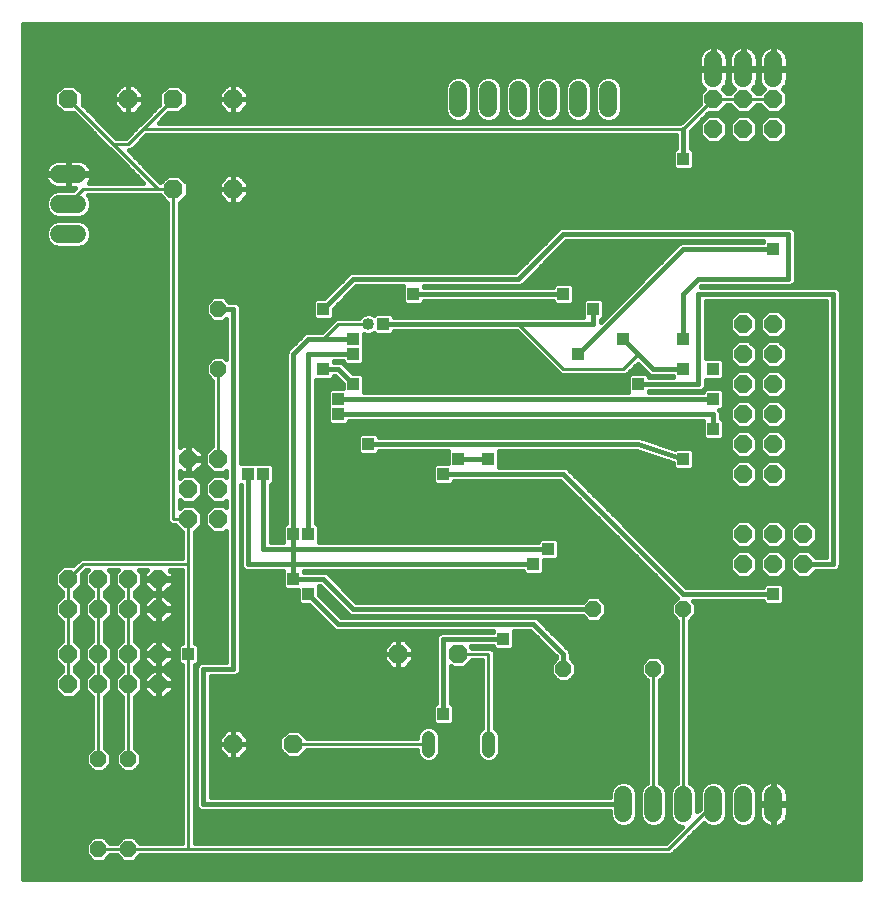
<source format=gbl>
G75*
G70*
%OFA0B0*%
%FSLAX24Y24*%
%IPPOS*%
%LPD*%
%AMOC8*
5,1,8,0,0,1.08239X$1,22.5*
%
%ADD10C,0.0440*%
%ADD11OC8,0.0630*%
%ADD12C,0.0600*%
%ADD13OC8,0.0520*%
%ADD14OC8,0.0600*%
%ADD15C,0.0100*%
%ADD16R,0.0396X0.0396*%
%ADD17C,0.0160*%
%ADD18C,0.0400*%
D10*
X014100Y004880D02*
X014100Y005320D01*
X016100Y005320D02*
X016100Y004880D01*
D11*
X015100Y008100D03*
X013100Y008100D03*
X009600Y005100D03*
X007600Y005100D03*
X007600Y023600D03*
X005600Y023600D03*
X005600Y026600D03*
X004100Y026600D03*
X002100Y026600D03*
X007600Y026600D03*
D12*
X002400Y024100D02*
X001800Y024100D01*
X001800Y023100D02*
X002400Y023100D01*
X002400Y022100D02*
X001800Y022100D01*
X015100Y026300D02*
X015100Y026900D01*
X016100Y026900D02*
X016100Y026300D01*
X017100Y026300D02*
X017100Y026900D01*
X018100Y026900D02*
X018100Y026300D01*
X019100Y026300D02*
X019100Y026900D01*
X020100Y026900D02*
X020100Y026300D01*
X023600Y027300D02*
X023600Y027900D01*
X024600Y027900D02*
X024600Y027300D01*
X025600Y027300D02*
X025600Y027900D01*
X025600Y003400D02*
X025600Y002800D01*
X024600Y002800D02*
X024600Y003400D01*
X023600Y003400D02*
X023600Y002800D01*
X022600Y002800D02*
X022600Y003400D01*
X021600Y003400D02*
X021600Y002800D01*
X020600Y002800D02*
X020600Y003400D01*
D13*
X021600Y007600D03*
X022600Y009600D03*
X019600Y009600D03*
X018600Y007600D03*
X007100Y017600D03*
X007100Y019600D03*
X004100Y004600D03*
X003100Y004600D03*
X003100Y001600D03*
X004100Y001600D03*
D14*
X004100Y007100D03*
X005100Y007100D03*
X005100Y008100D03*
X004100Y008100D03*
X003100Y008100D03*
X002100Y008100D03*
X002100Y007100D03*
X003100Y007100D03*
X003100Y009600D03*
X003100Y010600D03*
X002100Y010600D03*
X002100Y009600D03*
X004100Y009600D03*
X004100Y010600D03*
X005100Y010600D03*
X005100Y009600D03*
X006100Y012600D03*
X006100Y013600D03*
X006100Y014600D03*
X007100Y014600D03*
X007100Y013600D03*
X007100Y012600D03*
X023600Y025600D03*
X023600Y026600D03*
X024600Y026600D03*
X024600Y025600D03*
X025600Y025600D03*
X025600Y026600D03*
X025600Y019100D03*
X025600Y018100D03*
X025600Y017100D03*
X025600Y016100D03*
X025600Y015100D03*
X025600Y014100D03*
X024600Y014100D03*
X024600Y015100D03*
X024600Y016100D03*
X024600Y017100D03*
X024600Y018100D03*
X024600Y019100D03*
X024600Y012100D03*
X024600Y011100D03*
X025600Y011100D03*
X025600Y012100D03*
X026600Y012100D03*
X026600Y011100D03*
D15*
X022600Y009600D02*
X022600Y003100D01*
X021600Y003100D02*
X021600Y007600D01*
X023600Y003100D02*
X022100Y001600D01*
X006100Y001600D01*
X006100Y008100D01*
X006100Y011100D01*
X002600Y011100D01*
X002100Y010600D01*
X002100Y009600D01*
X002100Y008100D01*
X002100Y007100D01*
X003100Y007100D02*
X003100Y008100D01*
X003100Y009600D01*
X003100Y010600D01*
X004100Y010600D02*
X004100Y009600D01*
X004100Y008100D01*
X004100Y007100D01*
X004100Y004600D01*
X003100Y004600D02*
X003100Y007100D01*
X006100Y011100D02*
X006100Y012600D01*
X005600Y012600D01*
X005600Y023600D01*
X005100Y023600D01*
X003600Y025100D01*
X004100Y025100D01*
X004600Y025600D01*
X022600Y025600D01*
X023600Y026600D01*
X024600Y026600D01*
X025600Y026600D01*
X021100Y018100D02*
X020600Y017600D01*
X018600Y017600D01*
X017100Y019100D01*
X012100Y019100D02*
X011100Y019100D01*
X010600Y018600D01*
X007100Y017600D02*
X007100Y014600D01*
X015100Y008100D02*
X016100Y008100D01*
X016100Y005100D01*
X014100Y005100D02*
X009600Y005100D01*
X006100Y001600D02*
X004100Y001600D01*
X003100Y001600D01*
X002100Y023100D02*
X002600Y023600D01*
X005100Y023600D01*
X003600Y025100D02*
X002100Y026600D01*
X004600Y025600D02*
X005600Y026600D01*
D16*
X010600Y019600D03*
X011600Y018600D03*
X011600Y018100D03*
X011600Y017100D03*
X011100Y016600D03*
X011100Y016100D03*
X012100Y015100D03*
X014600Y014100D03*
X015100Y014600D03*
X016100Y014600D03*
X015100Y017100D03*
X012600Y019100D03*
X013600Y020100D03*
X010600Y017600D03*
X008600Y014100D03*
X008100Y014100D03*
X009600Y012100D03*
X010100Y012100D03*
X009600Y010600D03*
X010100Y010100D03*
X006100Y008100D03*
X014600Y006100D03*
X016600Y008600D03*
X017600Y011100D03*
X018100Y011600D03*
X022600Y014600D03*
X023600Y015600D03*
X023600Y016600D03*
X023600Y017600D03*
X022600Y017600D03*
X022600Y018600D03*
X021100Y017100D03*
X020600Y018600D03*
X019600Y019600D03*
X018600Y020100D03*
X019100Y018100D03*
X018600Y017100D03*
X025600Y021600D03*
X022600Y024600D03*
X025600Y010100D03*
D17*
X028490Y000600D02*
X000600Y000600D01*
X000600Y029100D01*
X028490Y029100D01*
X028490Y000600D01*
X028490Y000734D02*
X000600Y000734D01*
X000600Y000893D02*
X028490Y000893D01*
X028490Y001051D02*
X000600Y001051D01*
X000600Y001210D02*
X002897Y001210D01*
X002926Y001180D02*
X002680Y001426D01*
X002680Y001774D01*
X002926Y002020D01*
X003274Y002020D01*
X003484Y001810D01*
X003716Y001810D01*
X003926Y002020D01*
X004274Y002020D01*
X004484Y001810D01*
X005890Y001810D01*
X005890Y007742D01*
X005836Y007742D01*
X005742Y007836D01*
X005742Y008364D01*
X005836Y008458D01*
X005890Y008458D01*
X005890Y010890D01*
X005489Y010890D01*
X005580Y010799D01*
X005580Y010620D01*
X005120Y010620D01*
X005120Y010580D01*
X005580Y010580D01*
X005580Y010401D01*
X005299Y010120D01*
X005120Y010120D01*
X005120Y010580D01*
X005080Y010580D01*
X005080Y010120D01*
X004901Y010120D01*
X004620Y010401D01*
X004620Y010580D01*
X005080Y010580D01*
X005080Y010620D01*
X004620Y010620D01*
X004620Y010799D01*
X004711Y010890D01*
X004461Y010890D01*
X004560Y010791D01*
X004560Y010409D01*
X004310Y010159D01*
X004310Y010041D01*
X004560Y009791D01*
X004560Y009409D01*
X004310Y009159D01*
X004310Y008541D01*
X004560Y008291D01*
X004560Y007909D01*
X004310Y007659D01*
X004310Y007541D01*
X004560Y007291D01*
X004560Y006909D01*
X004310Y006659D01*
X004310Y004984D01*
X004520Y004774D01*
X004520Y004426D01*
X004274Y004180D01*
X003926Y004180D01*
X003680Y004426D01*
X003680Y004774D01*
X003890Y004984D01*
X003890Y006659D01*
X003640Y006909D01*
X003640Y007291D01*
X003890Y007541D01*
X003890Y007659D01*
X003640Y007909D01*
X003640Y008291D01*
X003890Y008541D01*
X003890Y009159D01*
X003640Y009409D01*
X003640Y009791D01*
X003890Y010041D01*
X003890Y010159D01*
X003640Y010409D01*
X003640Y010791D01*
X003739Y010890D01*
X003461Y010890D01*
X003560Y010791D01*
X003560Y010409D01*
X003310Y010159D01*
X003310Y010041D01*
X003560Y009791D01*
X003560Y009409D01*
X003310Y009159D01*
X003310Y008541D01*
X003560Y008291D01*
X003560Y007909D01*
X003310Y007659D01*
X003310Y007541D01*
X003560Y007291D01*
X003560Y006909D01*
X003310Y006659D01*
X003310Y004984D01*
X003520Y004774D01*
X003520Y004426D01*
X003274Y004180D01*
X002926Y004180D01*
X002680Y004426D01*
X002680Y004774D01*
X002890Y004984D01*
X002890Y006659D01*
X002640Y006909D01*
X002640Y007291D01*
X002890Y007541D01*
X002890Y007659D01*
X002640Y007909D01*
X002640Y008291D01*
X002890Y008541D01*
X002890Y009159D01*
X002640Y009409D01*
X002640Y009791D01*
X002890Y010041D01*
X002890Y010159D01*
X002640Y010409D01*
X002640Y010791D01*
X002739Y010890D01*
X002687Y010890D01*
X002560Y010763D01*
X002560Y010409D01*
X002310Y010159D01*
X002310Y010041D01*
X002560Y009791D01*
X002560Y009409D01*
X002310Y009159D01*
X002310Y008541D01*
X002560Y008291D01*
X002560Y007909D01*
X002310Y007659D01*
X002310Y007541D01*
X002560Y007291D01*
X002560Y006909D01*
X002291Y006640D01*
X001909Y006640D01*
X001640Y006909D01*
X001640Y007291D01*
X001890Y007541D01*
X001890Y007659D01*
X001640Y007909D01*
X001640Y008291D01*
X001890Y008541D01*
X001890Y009159D01*
X001640Y009409D01*
X001640Y009791D01*
X001890Y010041D01*
X001890Y010159D01*
X001640Y010409D01*
X001640Y010791D01*
X001909Y011060D01*
X002263Y011060D01*
X002513Y011310D01*
X005890Y011310D01*
X005890Y012159D01*
X005659Y012390D01*
X005513Y012390D01*
X005390Y012513D01*
X005390Y023138D01*
X005138Y023390D01*
X002761Y023390D01*
X002790Y023361D01*
X002860Y023191D01*
X002860Y023008D01*
X002790Y022839D01*
X002661Y022710D01*
X002491Y022640D01*
X001708Y022640D01*
X001539Y022710D01*
X001410Y022839D01*
X001340Y023008D01*
X001340Y023191D01*
X001410Y023361D01*
X001539Y023490D01*
X001708Y023560D01*
X002263Y023560D01*
X002323Y023620D01*
X002120Y023620D01*
X002120Y024080D01*
X002120Y024120D01*
X002080Y024120D01*
X002080Y024580D01*
X001762Y024580D01*
X001688Y024568D01*
X001616Y024545D01*
X001548Y024511D01*
X001487Y024466D01*
X001434Y024413D01*
X001389Y024352D01*
X001355Y024284D01*
X001332Y024212D01*
X001320Y024138D01*
X001320Y024120D01*
X002080Y024120D01*
X002080Y024080D01*
X002120Y024080D01*
X002880Y024080D01*
X002880Y024062D01*
X002868Y023988D01*
X002845Y023916D01*
X002811Y023848D01*
X002783Y023810D01*
X004593Y023810D01*
X003513Y024890D01*
X003390Y025013D01*
X002278Y026125D01*
X001903Y026125D01*
X001625Y026403D01*
X001625Y026797D01*
X001903Y027075D01*
X002297Y027075D01*
X002575Y026797D01*
X002575Y026422D01*
X003687Y025310D01*
X004013Y025310D01*
X004390Y025687D01*
X004513Y025810D01*
X005125Y026422D01*
X005125Y026797D01*
X005403Y027075D01*
X005797Y027075D01*
X006075Y026797D01*
X006075Y026403D01*
X005797Y026125D01*
X005422Y026125D01*
X005107Y025810D01*
X022480Y025810D01*
X022536Y025833D01*
X023140Y026437D01*
X023140Y026791D01*
X023285Y026936D01*
X023234Y026987D01*
X023189Y027048D01*
X023155Y027116D01*
X023132Y027188D01*
X023120Y027262D01*
X023120Y027580D01*
X023580Y027580D01*
X023580Y027620D01*
X023580Y028380D01*
X023562Y028380D01*
X023488Y028368D01*
X023416Y028345D01*
X023348Y028311D01*
X023287Y028266D01*
X023234Y028213D01*
X023189Y028152D01*
X023155Y028084D01*
X023132Y028012D01*
X023120Y027938D01*
X023120Y027620D01*
X023580Y027620D01*
X023620Y027620D01*
X023620Y028380D01*
X023638Y028380D01*
X023712Y028368D01*
X023784Y028345D01*
X023852Y028311D01*
X023913Y028266D01*
X023966Y028213D01*
X024011Y028152D01*
X024045Y028084D01*
X024068Y028012D01*
X024080Y027938D01*
X024080Y027620D01*
X023620Y027620D01*
X023620Y027580D01*
X024080Y027580D01*
X024080Y027262D01*
X024068Y027188D01*
X024045Y027116D01*
X024011Y027048D01*
X023966Y026987D01*
X023915Y026936D01*
X024041Y026810D01*
X024159Y026810D01*
X024285Y026936D01*
X024234Y026987D01*
X024189Y027048D01*
X024155Y027116D01*
X024132Y027188D01*
X024120Y027262D01*
X024120Y027580D01*
X024580Y027580D01*
X024580Y027620D01*
X024580Y028380D01*
X024562Y028380D01*
X024488Y028368D01*
X024416Y028345D01*
X024348Y028311D01*
X024287Y028266D01*
X024234Y028213D01*
X024189Y028152D01*
X024155Y028084D01*
X024132Y028012D01*
X024120Y027938D01*
X024120Y027620D01*
X024580Y027620D01*
X024620Y027620D01*
X024620Y028380D01*
X024638Y028380D01*
X024712Y028368D01*
X024784Y028345D01*
X024852Y028311D01*
X024913Y028266D01*
X024966Y028213D01*
X025011Y028152D01*
X025045Y028084D01*
X025068Y028012D01*
X025080Y027938D01*
X025080Y027620D01*
X024620Y027620D01*
X024620Y027580D01*
X025080Y027580D01*
X025080Y027262D01*
X025068Y027188D01*
X025045Y027116D01*
X025011Y027048D01*
X024966Y026987D01*
X024915Y026936D01*
X025041Y026810D01*
X025159Y026810D01*
X025285Y026936D01*
X025234Y026987D01*
X025189Y027048D01*
X025155Y027116D01*
X025132Y027188D01*
X025120Y027262D01*
X025120Y027580D01*
X025580Y027580D01*
X025580Y027620D01*
X025580Y028380D01*
X025562Y028380D01*
X025488Y028368D01*
X025416Y028345D01*
X025348Y028311D01*
X025287Y028266D01*
X025234Y028213D01*
X025189Y028152D01*
X025155Y028084D01*
X025132Y028012D01*
X025120Y027938D01*
X025120Y027620D01*
X025580Y027620D01*
X025620Y027620D01*
X025620Y028380D01*
X025638Y028380D01*
X025712Y028368D01*
X025784Y028345D01*
X025852Y028311D01*
X025913Y028266D01*
X025966Y028213D01*
X026011Y028152D01*
X026045Y028084D01*
X026068Y028012D01*
X026080Y027938D01*
X026080Y027620D01*
X025620Y027620D01*
X025620Y027580D01*
X026080Y027580D01*
X026080Y027262D01*
X026068Y027188D01*
X026045Y027116D01*
X026011Y027048D01*
X025966Y026987D01*
X025915Y026936D01*
X026060Y026791D01*
X026060Y026409D01*
X025791Y026140D01*
X025409Y026140D01*
X025159Y026390D01*
X025041Y026390D01*
X024791Y026140D01*
X024409Y026140D01*
X024159Y026390D01*
X024041Y026390D01*
X023791Y026140D01*
X023437Y026140D01*
X022840Y025543D01*
X022840Y024958D01*
X022864Y024958D01*
X022958Y024864D01*
X022958Y024336D01*
X022864Y024242D01*
X022336Y024242D01*
X022242Y024336D01*
X022242Y024864D01*
X022336Y024958D01*
X022360Y024958D01*
X022360Y025390D01*
X004687Y025390D01*
X004310Y025013D01*
X004187Y024890D01*
X004107Y024890D01*
X005163Y023834D01*
X005403Y024075D01*
X005797Y024075D01*
X006075Y023797D01*
X006075Y023403D01*
X005810Y023138D01*
X005810Y014989D01*
X005901Y015080D01*
X006080Y015080D01*
X006080Y014620D01*
X006120Y014620D01*
X006120Y015080D01*
X006299Y015080D01*
X006580Y014799D01*
X006580Y014620D01*
X006120Y014620D01*
X006120Y014580D01*
X006580Y014580D01*
X006580Y014401D01*
X006299Y014120D01*
X006120Y014120D01*
X006120Y014580D01*
X006080Y014580D01*
X006080Y014120D01*
X005901Y014120D01*
X005810Y014211D01*
X005810Y013961D01*
X005909Y014060D01*
X006291Y014060D01*
X006560Y013791D01*
X006560Y013409D01*
X006291Y013140D01*
X005909Y013140D01*
X005810Y013239D01*
X005810Y012961D01*
X005909Y013060D01*
X006291Y013060D01*
X006560Y012791D01*
X006560Y012409D01*
X006310Y012159D01*
X006310Y008458D01*
X006364Y008458D01*
X006458Y008364D01*
X006458Y007836D01*
X006364Y007742D01*
X006310Y007742D01*
X006310Y001810D01*
X022013Y001810D01*
X022543Y002340D01*
X022508Y002340D01*
X022339Y002410D01*
X022210Y002539D01*
X022140Y002708D01*
X022140Y003491D01*
X022210Y003661D01*
X022339Y003790D01*
X022390Y003811D01*
X022390Y009216D01*
X022180Y009426D01*
X022180Y009774D01*
X022383Y009977D01*
X018501Y013860D01*
X014958Y013860D01*
X014958Y013836D01*
X014864Y013742D01*
X014336Y013742D01*
X014242Y013836D01*
X014242Y014364D01*
X014336Y014458D01*
X014742Y014458D01*
X014742Y014860D01*
X012458Y014860D01*
X012458Y014836D01*
X012364Y014742D01*
X011836Y014742D01*
X011742Y014836D01*
X011742Y015364D01*
X011836Y015458D01*
X012364Y015458D01*
X012458Y015364D01*
X012458Y015340D01*
X021091Y015340D01*
X021131Y015343D01*
X021139Y015340D01*
X021148Y015340D01*
X021184Y015325D01*
X022323Y014945D01*
X022336Y014958D01*
X022864Y014958D01*
X022958Y014864D01*
X022958Y014336D01*
X022864Y014242D01*
X022336Y014242D01*
X022242Y014336D01*
X022242Y014466D01*
X021061Y014860D01*
X016458Y014860D01*
X016458Y014340D01*
X018648Y014340D01*
X018736Y014303D01*
X018803Y014236D01*
X018803Y014236D01*
X022699Y010340D01*
X025242Y010340D01*
X025242Y010364D01*
X025336Y010458D01*
X025864Y010458D01*
X025958Y010364D01*
X025958Y009836D01*
X025864Y009742D01*
X025336Y009742D01*
X025242Y009836D01*
X025242Y009860D01*
X022934Y009860D01*
X023020Y009774D01*
X023020Y009426D01*
X022810Y009216D01*
X022810Y003811D01*
X022861Y003790D01*
X022990Y003661D01*
X023060Y003491D01*
X023060Y002857D01*
X023140Y002937D01*
X023140Y003491D01*
X023210Y003661D01*
X023339Y003790D01*
X023508Y003860D01*
X023691Y003860D01*
X023861Y003790D01*
X023990Y003661D01*
X024060Y003491D01*
X024060Y002708D01*
X023990Y002539D01*
X023861Y002410D01*
X023691Y002340D01*
X023508Y002340D01*
X023339Y002410D01*
X023273Y002476D01*
X022310Y001513D01*
X022187Y001390D01*
X004484Y001390D01*
X004274Y001180D01*
X003926Y001180D01*
X003716Y001390D01*
X003484Y001390D01*
X003274Y001180D01*
X002926Y001180D01*
X002738Y001368D02*
X000600Y001368D01*
X000600Y001527D02*
X002680Y001527D01*
X002680Y001685D02*
X000600Y001685D01*
X000600Y001844D02*
X002750Y001844D01*
X002908Y002002D02*
X000600Y002002D01*
X000600Y002161D02*
X005890Y002161D01*
X005890Y002319D02*
X000600Y002319D01*
X000600Y002478D02*
X005890Y002478D01*
X005890Y002636D02*
X000600Y002636D01*
X000600Y002795D02*
X005890Y002795D01*
X005890Y002953D02*
X000600Y002953D01*
X000600Y003112D02*
X005890Y003112D01*
X005890Y003270D02*
X000600Y003270D01*
X000600Y003429D02*
X005890Y003429D01*
X005890Y003587D02*
X000600Y003587D01*
X000600Y003746D02*
X005890Y003746D01*
X005890Y003904D02*
X000600Y003904D01*
X000600Y004063D02*
X005890Y004063D01*
X005890Y004221D02*
X004315Y004221D01*
X004473Y004380D02*
X005890Y004380D01*
X005890Y004538D02*
X004520Y004538D01*
X004520Y004697D02*
X005890Y004697D01*
X005890Y004855D02*
X004439Y004855D01*
X004310Y005014D02*
X005890Y005014D01*
X005890Y005172D02*
X004310Y005172D01*
X004310Y005331D02*
X005890Y005331D01*
X005890Y005489D02*
X004310Y005489D01*
X004310Y005648D02*
X005890Y005648D01*
X005890Y005806D02*
X004310Y005806D01*
X004310Y005965D02*
X005890Y005965D01*
X005890Y006123D02*
X004310Y006123D01*
X004310Y006282D02*
X005890Y006282D01*
X005890Y006440D02*
X004310Y006440D01*
X004310Y006599D02*
X005890Y006599D01*
X005890Y006757D02*
X005436Y006757D01*
X005299Y006620D02*
X005580Y006901D01*
X005580Y007080D01*
X005120Y007080D01*
X005120Y007120D01*
X005580Y007120D01*
X005580Y007299D01*
X005299Y007580D01*
X005120Y007580D01*
X005120Y007120D01*
X005080Y007120D01*
X005080Y007580D01*
X004901Y007580D01*
X004620Y007299D01*
X004620Y007120D01*
X005080Y007120D01*
X005080Y007080D01*
X005120Y007080D01*
X005120Y006620D01*
X005299Y006620D01*
X005080Y006620D02*
X005080Y007080D01*
X004620Y007080D01*
X004620Y006901D01*
X004901Y006620D01*
X005080Y006620D01*
X005080Y006757D02*
X005120Y006757D01*
X005120Y006916D02*
X005080Y006916D01*
X005080Y007074D02*
X005120Y007074D01*
X005120Y007233D02*
X005080Y007233D01*
X005080Y007391D02*
X005120Y007391D01*
X005120Y007550D02*
X005080Y007550D01*
X005080Y007620D02*
X005080Y008080D01*
X005120Y008080D01*
X005120Y008120D01*
X005580Y008120D01*
X005580Y008299D01*
X005299Y008580D01*
X005120Y008580D01*
X005120Y008120D01*
X005080Y008120D01*
X005080Y008580D01*
X004901Y008580D01*
X004620Y008299D01*
X004620Y008120D01*
X005080Y008120D01*
X005080Y008080D01*
X004620Y008080D01*
X004620Y007901D01*
X004901Y007620D01*
X005080Y007620D01*
X005120Y007620D02*
X005299Y007620D01*
X005580Y007901D01*
X005580Y008080D01*
X005120Y008080D01*
X005120Y007620D01*
X005120Y007708D02*
X005080Y007708D01*
X005080Y007867D02*
X005120Y007867D01*
X005120Y008025D02*
X005080Y008025D01*
X005080Y008184D02*
X005120Y008184D01*
X005120Y008342D02*
X005080Y008342D01*
X005080Y008501D02*
X005120Y008501D01*
X005378Y008501D02*
X005890Y008501D01*
X005890Y008659D02*
X004310Y008659D01*
X004310Y008818D02*
X005890Y008818D01*
X005890Y008976D02*
X004310Y008976D01*
X004310Y009135D02*
X004887Y009135D01*
X004901Y009120D02*
X005080Y009120D01*
X005080Y009580D01*
X005120Y009580D01*
X005120Y009620D01*
X005580Y009620D01*
X005580Y009799D01*
X005299Y010080D01*
X005120Y010080D01*
X005120Y009620D01*
X005080Y009620D01*
X005080Y010080D01*
X004901Y010080D01*
X004620Y009799D01*
X004620Y009620D01*
X005080Y009620D01*
X005080Y009580D01*
X004620Y009580D01*
X004620Y009401D01*
X004901Y009120D01*
X005080Y009135D02*
X005120Y009135D01*
X005120Y009120D02*
X005299Y009120D01*
X005580Y009401D01*
X005580Y009580D01*
X005120Y009580D01*
X005120Y009120D01*
X005120Y009293D02*
X005080Y009293D01*
X005080Y009452D02*
X005120Y009452D01*
X005120Y009610D02*
X005890Y009610D01*
X005890Y009452D02*
X005580Y009452D01*
X005472Y009293D02*
X005890Y009293D01*
X005890Y009135D02*
X005313Y009135D01*
X005080Y009610D02*
X004560Y009610D01*
X004560Y009452D02*
X004620Y009452D01*
X004728Y009293D02*
X004444Y009293D01*
X004560Y009769D02*
X004620Y009769D01*
X004748Y009927D02*
X004424Y009927D01*
X004310Y010086D02*
X005890Y010086D01*
X005890Y010244D02*
X005423Y010244D01*
X005580Y010403D02*
X005890Y010403D01*
X005890Y010561D02*
X005580Y010561D01*
X005580Y010720D02*
X005890Y010720D01*
X005890Y010878D02*
X005501Y010878D01*
X005120Y010561D02*
X005080Y010561D01*
X005080Y010403D02*
X005120Y010403D01*
X005120Y010244D02*
X005080Y010244D01*
X004777Y010244D02*
X004395Y010244D01*
X004553Y010403D02*
X004620Y010403D01*
X004620Y010561D02*
X004560Y010561D01*
X004560Y010720D02*
X004620Y010720D01*
X004699Y010878D02*
X004473Y010878D01*
X003805Y010244D02*
X003395Y010244D01*
X003310Y010086D02*
X003890Y010086D01*
X003776Y009927D02*
X003424Y009927D01*
X003560Y009769D02*
X003640Y009769D01*
X003640Y009610D02*
X003560Y009610D01*
X003560Y009452D02*
X003640Y009452D01*
X003756Y009293D02*
X003444Y009293D01*
X003310Y009135D02*
X003890Y009135D01*
X003890Y008976D02*
X003310Y008976D01*
X003310Y008818D02*
X003890Y008818D01*
X003890Y008659D02*
X003310Y008659D01*
X003350Y008501D02*
X003850Y008501D01*
X003691Y008342D02*
X003509Y008342D01*
X003560Y008184D02*
X003640Y008184D01*
X003640Y008025D02*
X003560Y008025D01*
X003517Y007867D02*
X003683Y007867D01*
X003841Y007708D02*
X003359Y007708D01*
X003310Y007550D02*
X003890Y007550D01*
X003740Y007391D02*
X003460Y007391D01*
X003560Y007233D02*
X003640Y007233D01*
X003640Y007074D02*
X003560Y007074D01*
X003560Y006916D02*
X003640Y006916D01*
X003792Y006757D02*
X003408Y006757D01*
X003310Y006599D02*
X003890Y006599D01*
X003890Y006440D02*
X003310Y006440D01*
X003310Y006282D02*
X003890Y006282D01*
X003890Y006123D02*
X003310Y006123D01*
X003310Y005965D02*
X003890Y005965D01*
X003890Y005806D02*
X003310Y005806D01*
X003310Y005648D02*
X003890Y005648D01*
X003890Y005489D02*
X003310Y005489D01*
X003310Y005331D02*
X003890Y005331D01*
X003890Y005172D02*
X003310Y005172D01*
X003310Y005014D02*
X003890Y005014D01*
X003761Y004855D02*
X003439Y004855D01*
X003520Y004697D02*
X003680Y004697D01*
X003680Y004538D02*
X003520Y004538D01*
X003473Y004380D02*
X003727Y004380D01*
X003885Y004221D02*
X003315Y004221D01*
X002885Y004221D02*
X000600Y004221D01*
X000600Y004380D02*
X002727Y004380D01*
X002680Y004538D02*
X000600Y004538D01*
X000600Y004697D02*
X002680Y004697D01*
X002761Y004855D02*
X000600Y004855D01*
X000600Y005014D02*
X002890Y005014D01*
X002890Y005172D02*
X000600Y005172D01*
X000600Y005331D02*
X002890Y005331D01*
X002890Y005489D02*
X000600Y005489D01*
X000600Y005648D02*
X002890Y005648D01*
X002890Y005806D02*
X000600Y005806D01*
X000600Y005965D02*
X002890Y005965D01*
X002890Y006123D02*
X000600Y006123D01*
X000600Y006282D02*
X002890Y006282D01*
X002890Y006440D02*
X000600Y006440D01*
X000600Y006599D02*
X002890Y006599D01*
X002792Y006757D02*
X002408Y006757D01*
X002560Y006916D02*
X002640Y006916D01*
X002640Y007074D02*
X002560Y007074D01*
X002560Y007233D02*
X002640Y007233D01*
X002740Y007391D02*
X002460Y007391D01*
X002310Y007550D02*
X002890Y007550D01*
X002841Y007708D02*
X002359Y007708D01*
X002517Y007867D02*
X002683Y007867D01*
X002640Y008025D02*
X002560Y008025D01*
X002560Y008184D02*
X002640Y008184D01*
X002691Y008342D02*
X002509Y008342D01*
X002350Y008501D02*
X002850Y008501D01*
X002890Y008659D02*
X002310Y008659D01*
X002310Y008818D02*
X002890Y008818D01*
X002890Y008976D02*
X002310Y008976D01*
X002310Y009135D02*
X002890Y009135D01*
X002756Y009293D02*
X002444Y009293D01*
X002560Y009452D02*
X002640Y009452D01*
X002640Y009610D02*
X002560Y009610D01*
X002560Y009769D02*
X002640Y009769D01*
X002776Y009927D02*
X002424Y009927D01*
X002310Y010086D02*
X002890Y010086D01*
X002805Y010244D02*
X002395Y010244D01*
X002553Y010403D02*
X002647Y010403D01*
X002640Y010561D02*
X002560Y010561D01*
X002560Y010720D02*
X002640Y010720D01*
X002675Y010878D02*
X002727Y010878D01*
X002398Y011195D02*
X000600Y011195D01*
X000600Y011037D02*
X001886Y011037D01*
X001727Y010878D02*
X000600Y010878D01*
X000600Y010720D02*
X001640Y010720D01*
X001640Y010561D02*
X000600Y010561D01*
X000600Y010403D02*
X001647Y010403D01*
X001805Y010244D02*
X000600Y010244D01*
X000600Y010086D02*
X001890Y010086D01*
X001776Y009927D02*
X000600Y009927D01*
X000600Y009769D02*
X001640Y009769D01*
X001640Y009610D02*
X000600Y009610D01*
X000600Y009452D02*
X001640Y009452D01*
X001756Y009293D02*
X000600Y009293D01*
X000600Y009135D02*
X001890Y009135D01*
X001890Y008976D02*
X000600Y008976D01*
X000600Y008818D02*
X001890Y008818D01*
X001890Y008659D02*
X000600Y008659D01*
X000600Y008501D02*
X001850Y008501D01*
X001691Y008342D02*
X000600Y008342D01*
X000600Y008184D02*
X001640Y008184D01*
X001640Y008025D02*
X000600Y008025D01*
X000600Y007867D02*
X001683Y007867D01*
X001841Y007708D02*
X000600Y007708D01*
X000600Y007550D02*
X001890Y007550D01*
X001740Y007391D02*
X000600Y007391D01*
X000600Y007233D02*
X001640Y007233D01*
X001640Y007074D02*
X000600Y007074D01*
X000600Y006916D02*
X001640Y006916D01*
X001792Y006757D02*
X000600Y006757D01*
X004310Y007550D02*
X004871Y007550D01*
X004813Y007708D02*
X004359Y007708D01*
X004517Y007867D02*
X004655Y007867D01*
X004620Y008025D02*
X004560Y008025D01*
X004560Y008184D02*
X004620Y008184D01*
X004663Y008342D02*
X004509Y008342D01*
X004350Y008501D02*
X004822Y008501D01*
X005537Y008342D02*
X005742Y008342D01*
X005742Y008184D02*
X005580Y008184D01*
X005580Y008025D02*
X005742Y008025D01*
X005742Y007867D02*
X005545Y007867D01*
X005387Y007708D02*
X005890Y007708D01*
X005890Y007550D02*
X005329Y007550D01*
X005488Y007391D02*
X005890Y007391D01*
X005890Y007233D02*
X005580Y007233D01*
X005580Y007074D02*
X005890Y007074D01*
X005890Y006916D02*
X005580Y006916D01*
X006310Y006916D02*
X006360Y006916D01*
X006360Y007074D02*
X006310Y007074D01*
X006310Y007233D02*
X006360Y007233D01*
X006360Y007391D02*
X006310Y007391D01*
X006310Y007550D02*
X006360Y007550D01*
X006360Y007648D02*
X006360Y003052D01*
X006397Y002964D01*
X006464Y002897D01*
X006552Y002860D01*
X020140Y002860D01*
X020140Y002708D01*
X020210Y002539D01*
X020339Y002410D01*
X020508Y002340D01*
X020691Y002340D01*
X020861Y002410D01*
X020990Y002539D01*
X021060Y002708D01*
X021060Y003491D01*
X020990Y003661D01*
X020861Y003790D01*
X020691Y003860D01*
X020508Y003860D01*
X020339Y003790D01*
X020210Y003661D01*
X020140Y003491D01*
X020140Y003340D01*
X006840Y003340D01*
X006840Y007360D01*
X007648Y007360D01*
X007736Y007397D01*
X007803Y007464D01*
X007840Y007552D01*
X007840Y013742D01*
X007860Y013742D01*
X007860Y011052D01*
X007897Y010964D01*
X007964Y010897D01*
X008052Y010860D01*
X009242Y010860D01*
X009242Y010336D01*
X009336Y010242D01*
X009742Y010242D01*
X009742Y009836D01*
X009836Y009742D01*
X010119Y009742D01*
X010964Y008897D01*
X011052Y008860D01*
X016242Y008860D01*
X016242Y008840D01*
X014552Y008840D01*
X014464Y008803D01*
X014397Y008736D01*
X014360Y008648D01*
X014360Y006458D01*
X014336Y006458D01*
X014242Y006364D01*
X014242Y005836D01*
X014336Y005742D01*
X014864Y005742D01*
X014958Y005836D01*
X014958Y006364D01*
X014864Y006458D01*
X014840Y006458D01*
X014840Y007688D01*
X014903Y007625D01*
X015297Y007625D01*
X015562Y007890D01*
X015890Y007890D01*
X015890Y005644D01*
X015885Y005642D01*
X015778Y005535D01*
X015720Y005396D01*
X015720Y004804D01*
X015778Y004665D01*
X015885Y004558D01*
X016024Y004500D01*
X016176Y004500D01*
X016315Y004558D01*
X016422Y004665D01*
X016480Y004804D01*
X016480Y005396D01*
X016422Y005535D01*
X016315Y005642D01*
X016310Y005644D01*
X016310Y008187D01*
X016187Y008310D01*
X015562Y008310D01*
X015512Y008360D01*
X016242Y008360D01*
X016242Y008336D01*
X016336Y008242D01*
X016864Y008242D01*
X016958Y008336D01*
X016958Y008860D01*
X017501Y008860D01*
X018360Y008001D01*
X018360Y007954D01*
X018180Y007774D01*
X018180Y007426D01*
X018426Y007180D01*
X018774Y007180D01*
X019020Y007426D01*
X019020Y007774D01*
X018840Y007954D01*
X018840Y008148D01*
X018803Y008236D01*
X017803Y009236D01*
X017736Y009303D01*
X017648Y009340D01*
X011199Y009340D01*
X010458Y010081D01*
X010458Y010360D01*
X010501Y010360D01*
X011464Y009397D01*
X011552Y009360D01*
X019246Y009360D01*
X019426Y009180D01*
X019774Y009180D01*
X020020Y009426D01*
X020020Y009774D01*
X019774Y010020D01*
X019426Y010020D01*
X019246Y009840D01*
X011699Y009840D01*
X010803Y010736D01*
X010736Y010803D01*
X010648Y010840D01*
X009958Y010840D01*
X009958Y010860D01*
X017242Y010860D01*
X017242Y010836D01*
X017336Y010742D01*
X017864Y010742D01*
X017958Y010836D01*
X017958Y011242D01*
X018364Y011242D01*
X018458Y011336D01*
X018458Y011864D01*
X018364Y011958D01*
X017836Y011958D01*
X017742Y011864D01*
X017742Y011840D01*
X010458Y011840D01*
X010458Y012364D01*
X010364Y012458D01*
X010340Y012458D01*
X010340Y017242D01*
X010864Y017242D01*
X010958Y017336D01*
X010958Y017360D01*
X011001Y017360D01*
X011242Y017119D01*
X011242Y016958D01*
X010836Y016958D01*
X010742Y016864D01*
X010742Y015836D01*
X010836Y015742D01*
X011364Y015742D01*
X011458Y015836D01*
X011458Y015860D01*
X023242Y015860D01*
X023242Y015336D01*
X023336Y015242D01*
X023864Y015242D01*
X023958Y015336D01*
X023958Y015864D01*
X023864Y015958D01*
X023840Y015958D01*
X023840Y016148D01*
X023803Y016236D01*
X023798Y016242D01*
X023864Y016242D01*
X023958Y016336D01*
X023958Y016864D01*
X023864Y016958D01*
X023336Y016958D01*
X023242Y016864D01*
X023242Y016840D01*
X021458Y016840D01*
X021458Y016860D01*
X023148Y016860D01*
X023236Y016897D01*
X023303Y016964D01*
X023340Y017052D01*
X023340Y017242D01*
X023864Y017242D01*
X023958Y017336D01*
X023958Y017864D01*
X023864Y017958D01*
X023340Y017958D01*
X023340Y019860D01*
X027360Y019860D01*
X027360Y011340D01*
X027011Y011340D01*
X026791Y011560D01*
X026409Y011560D01*
X026140Y011291D01*
X026140Y010909D01*
X026409Y010640D01*
X026791Y010640D01*
X027011Y010860D01*
X027648Y010860D01*
X027736Y010897D01*
X027803Y010964D01*
X027840Y011052D01*
X027840Y020148D01*
X027803Y020236D01*
X027736Y020303D01*
X027648Y020340D01*
X023179Y020340D01*
X023199Y020360D01*
X026148Y020360D01*
X026236Y020397D01*
X026303Y020464D01*
X026340Y020552D01*
X026340Y022148D01*
X026303Y022236D01*
X026236Y022303D01*
X026148Y022340D01*
X018552Y022340D01*
X018464Y022303D01*
X017001Y020840D01*
X011552Y020840D01*
X011464Y020803D01*
X010619Y019958D01*
X010336Y019958D01*
X010242Y019864D01*
X010242Y019336D01*
X010336Y019242D01*
X010864Y019242D01*
X010958Y019336D01*
X010958Y019619D01*
X011699Y020360D01*
X013242Y020360D01*
X013242Y019836D01*
X013336Y019742D01*
X013864Y019742D01*
X013958Y019836D01*
X013958Y019860D01*
X018242Y019860D01*
X018242Y019836D01*
X018336Y019742D01*
X018864Y019742D01*
X018958Y019836D01*
X018958Y020364D01*
X018864Y020458D01*
X018336Y020458D01*
X018242Y020364D01*
X018242Y020340D01*
X013958Y020340D01*
X013958Y020360D01*
X017148Y020360D01*
X017236Y020397D01*
X017303Y020464D01*
X018699Y021860D01*
X025242Y021860D01*
X025242Y021840D01*
X022552Y021840D01*
X022464Y021803D01*
X019840Y019179D01*
X019840Y019242D01*
X019864Y019242D01*
X019958Y019336D01*
X019958Y019864D01*
X019864Y019958D01*
X019336Y019958D01*
X019242Y019864D01*
X019242Y019340D01*
X012958Y019340D01*
X012958Y019364D01*
X012864Y019458D01*
X012336Y019458D01*
X012289Y019411D01*
X012172Y019460D01*
X012028Y019460D01*
X011896Y019405D01*
X011801Y019310D01*
X011013Y019310D01*
X010543Y018840D01*
X010052Y018840D01*
X009964Y018803D01*
X007840Y018803D01*
X007840Y018645D02*
X009805Y018645D01*
X009897Y018736D02*
X009397Y018236D01*
X009360Y018148D01*
X009360Y012458D01*
X009336Y012458D01*
X009242Y012364D01*
X009242Y011840D01*
X008840Y011840D01*
X008840Y013742D01*
X008864Y013742D01*
X008958Y013836D01*
X008958Y014364D01*
X008864Y014458D01*
X007840Y014458D01*
X007840Y019648D01*
X007803Y019736D01*
X007736Y019803D01*
X007648Y019840D01*
X007454Y019840D01*
X007274Y020020D01*
X006926Y020020D01*
X006680Y019774D01*
X006680Y019426D01*
X006926Y019180D01*
X007274Y019180D01*
X007360Y019266D01*
X007360Y017934D01*
X007274Y018020D01*
X006926Y018020D01*
X006680Y017774D01*
X006680Y017426D01*
X006890Y017216D01*
X006890Y015041D01*
X006640Y014791D01*
X006640Y014409D01*
X006909Y014140D01*
X007291Y014140D01*
X007360Y014209D01*
X007360Y013991D01*
X007291Y014060D01*
X006909Y014060D01*
X006640Y013791D01*
X006640Y013409D01*
X006909Y013140D01*
X007291Y013140D01*
X007360Y013209D01*
X007360Y012991D01*
X007291Y013060D01*
X006909Y013060D01*
X006640Y012791D01*
X006640Y012409D01*
X006909Y012140D01*
X007291Y012140D01*
X007360Y012209D01*
X007360Y007840D01*
X006552Y007840D01*
X006464Y007803D01*
X006397Y007736D01*
X006360Y007648D01*
X006385Y007708D02*
X006310Y007708D01*
X006458Y007867D02*
X007360Y007867D01*
X007360Y008025D02*
X006458Y008025D01*
X006458Y008184D02*
X007360Y008184D01*
X007360Y008342D02*
X006458Y008342D01*
X006310Y008501D02*
X007360Y008501D01*
X007360Y008659D02*
X006310Y008659D01*
X006310Y008818D02*
X007360Y008818D01*
X007360Y008976D02*
X006310Y008976D01*
X006310Y009135D02*
X007360Y009135D01*
X007360Y009293D02*
X006310Y009293D01*
X006310Y009452D02*
X007360Y009452D01*
X007360Y009610D02*
X006310Y009610D01*
X006310Y009769D02*
X007360Y009769D01*
X007360Y009927D02*
X006310Y009927D01*
X006310Y010086D02*
X007360Y010086D01*
X007360Y010244D02*
X006310Y010244D01*
X006310Y010403D02*
X007360Y010403D01*
X007360Y010561D02*
X006310Y010561D01*
X006310Y010720D02*
X007360Y010720D01*
X007360Y010878D02*
X006310Y010878D01*
X006310Y011037D02*
X007360Y011037D01*
X007360Y011195D02*
X006310Y011195D01*
X006310Y011354D02*
X007360Y011354D01*
X007360Y011512D02*
X006310Y011512D01*
X006310Y011671D02*
X007360Y011671D01*
X007360Y011829D02*
X006310Y011829D01*
X006310Y011988D02*
X007360Y011988D01*
X007360Y012146D02*
X007297Y012146D01*
X007840Y012146D02*
X007860Y012146D01*
X007860Y011988D02*
X007840Y011988D01*
X007840Y011829D02*
X007860Y011829D01*
X007860Y011671D02*
X007840Y011671D01*
X007840Y011512D02*
X007860Y011512D01*
X007860Y011354D02*
X007840Y011354D01*
X007840Y011195D02*
X007860Y011195D01*
X007867Y011037D02*
X007840Y011037D01*
X007840Y010878D02*
X008009Y010878D01*
X007840Y010720D02*
X009242Y010720D01*
X009242Y010561D02*
X007840Y010561D01*
X007840Y010403D02*
X009242Y010403D01*
X009333Y010244D02*
X007840Y010244D01*
X007840Y010086D02*
X009742Y010086D01*
X009742Y009927D02*
X007840Y009927D01*
X007840Y009769D02*
X009809Y009769D01*
X010100Y010100D02*
X011100Y009100D01*
X017600Y009100D01*
X018600Y008100D01*
X018600Y007600D01*
X018273Y007867D02*
X016310Y007867D01*
X016310Y008025D02*
X018336Y008025D01*
X018177Y008184D02*
X016310Y008184D01*
X016242Y008342D02*
X015530Y008342D01*
X015538Y007867D02*
X015890Y007867D01*
X015890Y007708D02*
X015380Y007708D01*
X015890Y007550D02*
X014840Y007550D01*
X014840Y007391D02*
X015890Y007391D01*
X015890Y007233D02*
X014840Y007233D01*
X014840Y007074D02*
X015890Y007074D01*
X015890Y006916D02*
X014840Y006916D01*
X014840Y006757D02*
X015890Y006757D01*
X015890Y006599D02*
X014840Y006599D01*
X014882Y006440D02*
X015890Y006440D01*
X015890Y006282D02*
X014958Y006282D01*
X014958Y006123D02*
X015890Y006123D01*
X015890Y005965D02*
X014958Y005965D01*
X014929Y005806D02*
X015890Y005806D01*
X015890Y005648D02*
X014302Y005648D01*
X014315Y005642D02*
X014176Y005700D01*
X014024Y005700D01*
X013885Y005642D01*
X013778Y005535D01*
X013720Y005396D01*
X013720Y005310D01*
X010062Y005310D01*
X009797Y005575D01*
X009403Y005575D01*
X009125Y005297D01*
X009125Y004903D01*
X009403Y004625D01*
X009797Y004625D01*
X010062Y004890D01*
X013720Y004890D01*
X013720Y004804D01*
X013778Y004665D01*
X013885Y004558D01*
X014024Y004500D01*
X014176Y004500D01*
X014315Y004558D01*
X014422Y004665D01*
X014480Y004804D01*
X014480Y005396D01*
X014422Y005535D01*
X014315Y005642D01*
X014271Y005806D02*
X006840Y005806D01*
X006840Y005648D02*
X013898Y005648D01*
X013759Y005489D02*
X009883Y005489D01*
X010041Y005331D02*
X013720Y005331D01*
X013720Y004855D02*
X010027Y004855D01*
X009868Y004697D02*
X013765Y004697D01*
X013933Y004538D02*
X006840Y004538D01*
X006840Y004380D02*
X021390Y004380D01*
X021390Y004538D02*
X016267Y004538D01*
X016435Y004697D02*
X021390Y004697D01*
X021390Y004855D02*
X016480Y004855D01*
X016480Y005014D02*
X021390Y005014D01*
X021390Y005172D02*
X016480Y005172D01*
X016480Y005331D02*
X021390Y005331D01*
X021390Y005489D02*
X016441Y005489D01*
X016310Y005648D02*
X021390Y005648D01*
X021390Y005806D02*
X016310Y005806D01*
X016310Y005965D02*
X021390Y005965D01*
X021390Y006123D02*
X016310Y006123D01*
X016310Y006282D02*
X021390Y006282D01*
X021390Y006440D02*
X016310Y006440D01*
X016310Y006599D02*
X021390Y006599D01*
X021390Y006757D02*
X016310Y006757D01*
X016310Y006916D02*
X021390Y006916D01*
X021390Y007074D02*
X016310Y007074D01*
X016310Y007233D02*
X018374Y007233D01*
X018215Y007391D02*
X016310Y007391D01*
X016310Y007550D02*
X018180Y007550D01*
X018180Y007708D02*
X016310Y007708D01*
X016958Y008342D02*
X018019Y008342D01*
X017860Y008501D02*
X016958Y008501D01*
X016958Y008659D02*
X017702Y008659D01*
X017543Y008818D02*
X016958Y008818D01*
X016600Y008600D02*
X014600Y008600D01*
X014600Y006100D01*
X014318Y006440D02*
X006840Y006440D01*
X006840Y006282D02*
X014242Y006282D01*
X014242Y006123D02*
X006840Y006123D01*
X006840Y005965D02*
X014242Y005965D01*
X014441Y005489D02*
X015759Y005489D01*
X015720Y005331D02*
X014480Y005331D01*
X014480Y005172D02*
X015720Y005172D01*
X015720Y005014D02*
X014480Y005014D01*
X014480Y004855D02*
X015720Y004855D01*
X015765Y004697D02*
X014435Y004697D01*
X014267Y004538D02*
X015933Y004538D01*
X014360Y006599D02*
X006840Y006599D01*
X006840Y006757D02*
X014360Y006757D01*
X014360Y006916D02*
X006840Y006916D01*
X006840Y007074D02*
X014360Y007074D01*
X014360Y007233D02*
X006840Y007233D01*
X006600Y007600D02*
X006600Y003100D01*
X020600Y003100D01*
X020140Y002795D02*
X006310Y002795D01*
X006310Y002953D02*
X006408Y002953D01*
X006360Y003112D02*
X006310Y003112D01*
X006310Y003270D02*
X006360Y003270D01*
X006360Y003429D02*
X006310Y003429D01*
X006310Y003587D02*
X006360Y003587D01*
X006360Y003746D02*
X006310Y003746D01*
X006310Y003904D02*
X006360Y003904D01*
X006360Y004063D02*
X006310Y004063D01*
X006310Y004221D02*
X006360Y004221D01*
X006360Y004380D02*
X006310Y004380D01*
X006310Y004538D02*
X006360Y004538D01*
X006360Y004697D02*
X006310Y004697D01*
X006310Y004855D02*
X006360Y004855D01*
X006360Y005014D02*
X006310Y005014D01*
X006310Y005172D02*
X006360Y005172D01*
X006360Y005331D02*
X006310Y005331D01*
X006310Y005489D02*
X006360Y005489D01*
X006360Y005648D02*
X006310Y005648D01*
X006310Y005806D02*
X006360Y005806D01*
X006360Y005965D02*
X006310Y005965D01*
X006310Y006123D02*
X006360Y006123D01*
X006360Y006282D02*
X006310Y006282D01*
X006310Y006440D02*
X006360Y006440D01*
X006360Y006599D02*
X006310Y006599D01*
X006310Y006757D02*
X006360Y006757D01*
X006600Y007600D02*
X007600Y007600D01*
X007600Y019600D01*
X007100Y019600D01*
X006819Y019913D02*
X005810Y019913D01*
X005810Y020071D02*
X010732Y020071D01*
X010890Y020230D02*
X005810Y020230D01*
X005810Y020388D02*
X011049Y020388D01*
X011207Y020547D02*
X005810Y020547D01*
X005810Y020705D02*
X011366Y020705D01*
X011600Y020600D02*
X010600Y019600D01*
X010958Y019596D02*
X019242Y019596D01*
X019242Y019754D02*
X018877Y019754D01*
X018958Y019913D02*
X019290Y019913D01*
X018958Y020071D02*
X020732Y020071D01*
X020890Y020230D02*
X018958Y020230D01*
X018934Y020388D02*
X021049Y020388D01*
X021207Y020547D02*
X017386Y020547D01*
X017544Y020705D02*
X021366Y020705D01*
X021524Y020864D02*
X017703Y020864D01*
X017861Y021022D02*
X021683Y021022D01*
X021841Y021181D02*
X018020Y021181D01*
X018178Y021339D02*
X022000Y021339D01*
X022158Y021498D02*
X018337Y021498D01*
X018495Y021656D02*
X022317Y021656D01*
X022491Y021815D02*
X018654Y021815D01*
X018600Y022100D02*
X017100Y020600D01*
X011600Y020600D01*
X011569Y020230D02*
X013242Y020230D01*
X013242Y020071D02*
X011410Y020071D01*
X011252Y019913D02*
X013242Y019913D01*
X013323Y019754D02*
X011093Y019754D01*
X010958Y019437D02*
X011973Y019437D01*
X012227Y019437D02*
X012315Y019437D01*
X012600Y019100D02*
X017100Y019100D01*
X019600Y019100D01*
X019600Y019600D01*
X019958Y019596D02*
X020256Y019596D01*
X020415Y019754D02*
X019958Y019754D01*
X019910Y019913D02*
X020573Y019913D01*
X020098Y019437D02*
X019958Y019437D01*
X019939Y019279D02*
X019901Y019279D01*
X019242Y019437D02*
X012885Y019437D01*
X012958Y018860D02*
X017043Y018860D01*
X018513Y017390D01*
X020687Y017390D01*
X020810Y017513D01*
X021079Y017782D01*
X021464Y017397D01*
X021552Y017360D01*
X022242Y017360D01*
X022242Y017340D01*
X021458Y017340D01*
X021458Y017364D01*
X021364Y017458D01*
X020836Y017458D01*
X020742Y017364D01*
X020742Y016840D01*
X011958Y016840D01*
X011958Y017364D01*
X011864Y017458D01*
X011581Y017458D01*
X011236Y017803D01*
X011148Y017840D01*
X010958Y017840D01*
X010958Y017860D01*
X011242Y017860D01*
X011242Y017836D01*
X011336Y017742D01*
X011864Y017742D01*
X011958Y017836D01*
X011958Y018769D01*
X012028Y018740D01*
X012172Y018740D01*
X012289Y018789D01*
X012336Y018742D01*
X012864Y018742D01*
X012958Y018836D01*
X012958Y018860D01*
X012926Y018803D02*
X017100Y018803D01*
X017258Y018645D02*
X011958Y018645D01*
X011958Y018486D02*
X017417Y018486D01*
X017575Y018328D02*
X011958Y018328D01*
X011958Y018169D02*
X017734Y018169D01*
X017892Y018011D02*
X011958Y018011D01*
X011958Y017852D02*
X018051Y017852D01*
X018209Y017694D02*
X011346Y017694D01*
X011242Y017852D02*
X010958Y017852D01*
X011100Y017600D02*
X010600Y017600D01*
X010340Y017218D02*
X011143Y017218D01*
X011242Y017060D02*
X010340Y017060D01*
X010340Y016901D02*
X010779Y016901D01*
X010742Y016743D02*
X010340Y016743D01*
X010340Y016584D02*
X010742Y016584D01*
X010742Y016426D02*
X010340Y016426D01*
X010340Y016267D02*
X010742Y016267D01*
X010742Y016109D02*
X010340Y016109D01*
X010340Y015950D02*
X010742Y015950D01*
X010786Y015792D02*
X010340Y015792D01*
X010340Y015633D02*
X023242Y015633D01*
X023242Y015475D02*
X010340Y015475D01*
X010340Y015316D02*
X011742Y015316D01*
X011742Y015158D02*
X010340Y015158D01*
X010340Y014999D02*
X011742Y014999D01*
X011742Y014841D02*
X010340Y014841D01*
X010340Y014682D02*
X014742Y014682D01*
X014742Y014524D02*
X010340Y014524D01*
X010340Y014365D02*
X014243Y014365D01*
X014242Y014207D02*
X010340Y014207D01*
X010340Y014048D02*
X014242Y014048D01*
X014242Y013890D02*
X010340Y013890D01*
X010340Y013731D02*
X018630Y013731D01*
X018788Y013573D02*
X010340Y013573D01*
X010340Y013414D02*
X018947Y013414D01*
X019105Y013256D02*
X010340Y013256D01*
X010340Y013097D02*
X019264Y013097D01*
X019422Y012939D02*
X010340Y012939D01*
X010340Y012780D02*
X019581Y012780D01*
X019739Y012622D02*
X010340Y012622D01*
X010340Y012463D02*
X019898Y012463D01*
X020056Y012305D02*
X010458Y012305D01*
X010458Y012146D02*
X020215Y012146D01*
X020373Y011988D02*
X010458Y011988D01*
X010100Y012100D02*
X010100Y018100D01*
X011600Y018100D01*
X011504Y017535D02*
X018368Y017535D01*
X018600Y017100D02*
X015100Y017100D01*
X014742Y014841D02*
X012458Y014841D01*
X012100Y015100D02*
X021100Y015100D01*
X022600Y014600D01*
X022958Y014524D02*
X024373Y014524D01*
X024409Y014560D02*
X024140Y014291D01*
X024140Y013909D01*
X024409Y013640D01*
X024791Y013640D01*
X025060Y013909D01*
X025060Y014291D01*
X024791Y014560D01*
X024409Y014560D01*
X024409Y014640D02*
X024791Y014640D01*
X025060Y014909D01*
X025060Y015291D01*
X024791Y015560D01*
X024409Y015560D01*
X024140Y015291D01*
X024140Y014909D01*
X024409Y014640D01*
X024367Y014682D02*
X022958Y014682D01*
X022958Y014841D02*
X024209Y014841D01*
X024140Y014999D02*
X022162Y014999D01*
X022070Y014524D02*
X016458Y014524D01*
X016458Y014682D02*
X021595Y014682D01*
X021686Y015158D02*
X024140Y015158D01*
X024165Y015316D02*
X023939Y015316D01*
X023958Y015475D02*
X024324Y015475D01*
X024409Y015640D02*
X024791Y015640D01*
X025060Y015909D01*
X025060Y016291D01*
X024791Y016560D01*
X024409Y016560D01*
X024140Y016291D01*
X024140Y015909D01*
X024409Y015640D01*
X024258Y015792D02*
X023958Y015792D01*
X023958Y015633D02*
X027360Y015633D01*
X027360Y015475D02*
X025876Y015475D01*
X025791Y015560D02*
X026060Y015291D01*
X026060Y014909D01*
X025791Y014640D01*
X025409Y014640D01*
X025140Y014909D01*
X025140Y015291D01*
X025409Y015560D01*
X025791Y015560D01*
X025791Y015640D02*
X026060Y015909D01*
X026060Y016291D01*
X025791Y016560D01*
X025409Y016560D01*
X025140Y016291D01*
X025140Y015909D01*
X025409Y015640D01*
X025791Y015640D01*
X025942Y015792D02*
X027360Y015792D01*
X027360Y015950D02*
X026060Y015950D01*
X026060Y016109D02*
X027360Y016109D01*
X027360Y016267D02*
X026060Y016267D01*
X025925Y016426D02*
X027360Y016426D01*
X027360Y016584D02*
X023958Y016584D01*
X023958Y016426D02*
X024275Y016426D01*
X024140Y016267D02*
X023890Y016267D01*
X023840Y016109D02*
X024140Y016109D01*
X024140Y015950D02*
X023872Y015950D01*
X023600Y016100D02*
X023600Y015600D01*
X023261Y015316D02*
X021211Y015316D01*
X021119Y014841D02*
X016458Y014841D01*
X016100Y014600D02*
X015100Y014600D01*
X014600Y014100D02*
X018600Y014100D01*
X022600Y010100D01*
X025600Y010100D01*
X025958Y010086D02*
X028490Y010086D01*
X028490Y010244D02*
X025958Y010244D01*
X025920Y010403D02*
X028490Y010403D01*
X028490Y010561D02*
X022478Y010561D01*
X022320Y010720D02*
X024330Y010720D01*
X024409Y010640D02*
X024140Y010909D01*
X024140Y011291D01*
X024409Y011560D01*
X024791Y011560D01*
X025060Y011291D01*
X025060Y010909D01*
X024791Y010640D01*
X024409Y010640D01*
X024171Y010878D02*
X022161Y010878D01*
X022003Y011037D02*
X024140Y011037D01*
X024140Y011195D02*
X021844Y011195D01*
X021686Y011354D02*
X024203Y011354D01*
X024361Y011512D02*
X021527Y011512D01*
X021369Y011671D02*
X024379Y011671D01*
X024409Y011640D02*
X024791Y011640D01*
X025060Y011909D01*
X025060Y012291D01*
X024791Y012560D01*
X024409Y012560D01*
X024140Y012291D01*
X024140Y011909D01*
X024409Y011640D01*
X024220Y011829D02*
X021210Y011829D01*
X021052Y011988D02*
X024140Y011988D01*
X024140Y012146D02*
X020893Y012146D01*
X020735Y012305D02*
X024154Y012305D01*
X024312Y012463D02*
X020576Y012463D01*
X020418Y012622D02*
X027360Y012622D01*
X027360Y012780D02*
X020259Y012780D01*
X020101Y012939D02*
X027360Y012939D01*
X027360Y013097D02*
X019942Y013097D01*
X019784Y013256D02*
X027360Y013256D01*
X027360Y013414D02*
X019625Y013414D01*
X019467Y013573D02*
X027360Y013573D01*
X027360Y013731D02*
X025882Y013731D01*
X025791Y013640D02*
X026060Y013909D01*
X026060Y014291D01*
X025791Y014560D01*
X025409Y014560D01*
X025140Y014291D01*
X025140Y013909D01*
X025409Y013640D01*
X025791Y013640D01*
X026040Y013890D02*
X027360Y013890D01*
X027360Y014048D02*
X026060Y014048D01*
X026060Y014207D02*
X027360Y014207D01*
X027360Y014365D02*
X025986Y014365D01*
X025827Y014524D02*
X027360Y014524D01*
X027360Y014682D02*
X025833Y014682D01*
X025991Y014841D02*
X027360Y014841D01*
X027360Y014999D02*
X026060Y014999D01*
X026060Y015158D02*
X027360Y015158D01*
X027360Y015316D02*
X026035Y015316D01*
X025324Y015475D02*
X024876Y015475D01*
X025035Y015316D02*
X025165Y015316D01*
X025140Y015158D02*
X025060Y015158D01*
X025060Y014999D02*
X025140Y014999D01*
X025209Y014841D02*
X024991Y014841D01*
X024833Y014682D02*
X025367Y014682D01*
X025373Y014524D02*
X024827Y014524D01*
X024986Y014365D02*
X025214Y014365D01*
X025140Y014207D02*
X025060Y014207D01*
X025060Y014048D02*
X025140Y014048D01*
X025160Y013890D02*
X025040Y013890D01*
X024882Y013731D02*
X025318Y013731D01*
X024318Y013731D02*
X019308Y013731D01*
X019150Y013890D02*
X024160Y013890D01*
X024140Y014048D02*
X018991Y014048D01*
X018833Y014207D02*
X024140Y014207D01*
X024214Y014365D02*
X022958Y014365D01*
X022242Y014365D02*
X016458Y014365D01*
X018100Y011600D02*
X008600Y011600D01*
X008600Y014100D01*
X008958Y014048D02*
X009360Y014048D01*
X009360Y013890D02*
X008958Y013890D01*
X008840Y013731D02*
X009360Y013731D01*
X009360Y013573D02*
X008840Y013573D01*
X008840Y013414D02*
X009360Y013414D01*
X009360Y013256D02*
X008840Y013256D01*
X008840Y013097D02*
X009360Y013097D01*
X009360Y012939D02*
X008840Y012939D01*
X008840Y012780D02*
X009360Y012780D01*
X009360Y012622D02*
X008840Y012622D01*
X008840Y012463D02*
X009360Y012463D01*
X009242Y012305D02*
X008840Y012305D01*
X008840Y012146D02*
X009242Y012146D01*
X009242Y011988D02*
X008840Y011988D01*
X007860Y012305D02*
X007840Y012305D01*
X007840Y012463D02*
X007860Y012463D01*
X007860Y012622D02*
X007840Y012622D01*
X007840Y012780D02*
X007860Y012780D01*
X007860Y012939D02*
X007840Y012939D01*
X007840Y013097D02*
X007860Y013097D01*
X007860Y013256D02*
X007840Y013256D01*
X007840Y013414D02*
X007860Y013414D01*
X007860Y013573D02*
X007840Y013573D01*
X007840Y013731D02*
X007860Y013731D01*
X008100Y014100D02*
X008100Y011100D01*
X017600Y011100D01*
X017958Y011037D02*
X021324Y011037D01*
X021166Y011195D02*
X017958Y011195D01*
X017958Y010878D02*
X021483Y010878D01*
X021641Y010720D02*
X010820Y010720D01*
X010978Y010561D02*
X021800Y010561D01*
X021958Y010403D02*
X011137Y010403D01*
X011295Y010244D02*
X022117Y010244D01*
X022275Y010086D02*
X011454Y010086D01*
X011612Y009927D02*
X019333Y009927D01*
X019600Y009600D02*
X011600Y009600D01*
X010600Y010600D01*
X009600Y010600D01*
X009600Y018100D01*
X010100Y018600D01*
X010600Y018600D01*
X011600Y018600D01*
X010982Y019279D02*
X010901Y019279D01*
X010823Y019120D02*
X007840Y019120D01*
X007840Y018962D02*
X010665Y018962D01*
X010299Y019279D02*
X007840Y019279D01*
X007840Y019437D02*
X010242Y019437D01*
X010242Y019596D02*
X007840Y019596D01*
X007785Y019754D02*
X010242Y019754D01*
X010290Y019913D02*
X007381Y019913D01*
X006680Y019754D02*
X005810Y019754D01*
X005810Y019596D02*
X006680Y019596D01*
X006680Y019437D02*
X005810Y019437D01*
X005810Y019279D02*
X006828Y019279D01*
X007360Y019120D02*
X005810Y019120D01*
X005810Y018962D02*
X007360Y018962D01*
X007360Y018803D02*
X005810Y018803D01*
X005810Y018645D02*
X007360Y018645D01*
X007360Y018486D02*
X005810Y018486D01*
X005810Y018328D02*
X007360Y018328D01*
X007360Y018169D02*
X005810Y018169D01*
X005810Y018011D02*
X006917Y018011D01*
X006758Y017852D02*
X005810Y017852D01*
X005810Y017694D02*
X006680Y017694D01*
X006680Y017535D02*
X005810Y017535D01*
X005810Y017377D02*
X006730Y017377D01*
X006888Y017218D02*
X005810Y017218D01*
X005810Y017060D02*
X006890Y017060D01*
X006890Y016901D02*
X005810Y016901D01*
X005810Y016743D02*
X006890Y016743D01*
X006890Y016584D02*
X005810Y016584D01*
X005810Y016426D02*
X006890Y016426D01*
X006890Y016267D02*
X005810Y016267D01*
X005810Y016109D02*
X006890Y016109D01*
X006890Y015950D02*
X005810Y015950D01*
X005810Y015792D02*
X006890Y015792D01*
X006890Y015633D02*
X005810Y015633D01*
X005810Y015475D02*
X006890Y015475D01*
X006890Y015316D02*
X005810Y015316D01*
X005810Y015158D02*
X006890Y015158D01*
X006848Y014999D02*
X006380Y014999D01*
X006538Y014841D02*
X006690Y014841D01*
X006640Y014682D02*
X006580Y014682D01*
X006580Y014524D02*
X006640Y014524D01*
X006684Y014365D02*
X006544Y014365D01*
X006385Y014207D02*
X006843Y014207D01*
X006897Y014048D02*
X006303Y014048D01*
X006461Y013890D02*
X006739Y013890D01*
X006640Y013731D02*
X006560Y013731D01*
X006560Y013573D02*
X006640Y013573D01*
X006640Y013414D02*
X006560Y013414D01*
X006406Y013256D02*
X006794Y013256D01*
X006788Y012939D02*
X006412Y012939D01*
X006560Y012780D02*
X006640Y012780D01*
X006640Y012622D02*
X006560Y012622D01*
X006560Y012463D02*
X006640Y012463D01*
X006745Y012305D02*
X006455Y012305D01*
X006310Y012146D02*
X006903Y012146D01*
X005890Y012146D02*
X000600Y012146D01*
X000600Y011988D02*
X005890Y011988D01*
X005890Y011829D02*
X000600Y011829D01*
X000600Y011671D02*
X005890Y011671D01*
X005890Y011512D02*
X000600Y011512D01*
X000600Y011354D02*
X005890Y011354D01*
X005745Y012305D02*
X000600Y012305D01*
X000600Y012463D02*
X005440Y012463D01*
X005390Y012622D02*
X000600Y012622D01*
X000600Y012780D02*
X005390Y012780D01*
X005390Y012939D02*
X000600Y012939D01*
X000600Y013097D02*
X005390Y013097D01*
X005390Y013256D02*
X000600Y013256D01*
X000600Y013414D02*
X005390Y013414D01*
X005390Y013573D02*
X000600Y013573D01*
X000600Y013731D02*
X005390Y013731D01*
X005390Y013890D02*
X000600Y013890D01*
X000600Y014048D02*
X005390Y014048D01*
X005390Y014207D02*
X000600Y014207D01*
X000600Y014365D02*
X005390Y014365D01*
X005390Y014524D02*
X000600Y014524D01*
X000600Y014682D02*
X005390Y014682D01*
X005390Y014841D02*
X000600Y014841D01*
X000600Y014999D02*
X005390Y014999D01*
X005390Y015158D02*
X000600Y015158D01*
X000600Y015316D02*
X005390Y015316D01*
X005390Y015475D02*
X000600Y015475D01*
X000600Y015633D02*
X005390Y015633D01*
X005390Y015792D02*
X000600Y015792D01*
X000600Y015950D02*
X005390Y015950D01*
X005390Y016109D02*
X000600Y016109D01*
X000600Y016267D02*
X005390Y016267D01*
X005390Y016426D02*
X000600Y016426D01*
X000600Y016584D02*
X005390Y016584D01*
X005390Y016743D02*
X000600Y016743D01*
X000600Y016901D02*
X005390Y016901D01*
X005390Y017060D02*
X000600Y017060D01*
X000600Y017218D02*
X005390Y017218D01*
X005390Y017377D02*
X000600Y017377D01*
X000600Y017535D02*
X005390Y017535D01*
X005390Y017694D02*
X000600Y017694D01*
X000600Y017852D02*
X005390Y017852D01*
X005390Y018011D02*
X000600Y018011D01*
X000600Y018169D02*
X005390Y018169D01*
X005390Y018328D02*
X000600Y018328D01*
X000600Y018486D02*
X005390Y018486D01*
X005390Y018645D02*
X000600Y018645D01*
X000600Y018803D02*
X005390Y018803D01*
X005390Y018962D02*
X000600Y018962D01*
X000600Y019120D02*
X005390Y019120D01*
X005390Y019279D02*
X000600Y019279D01*
X000600Y019437D02*
X005390Y019437D01*
X005390Y019596D02*
X000600Y019596D01*
X000600Y019754D02*
X005390Y019754D01*
X005390Y019913D02*
X000600Y019913D01*
X000600Y020071D02*
X005390Y020071D01*
X005390Y020230D02*
X000600Y020230D01*
X000600Y020388D02*
X005390Y020388D01*
X005390Y020547D02*
X000600Y020547D01*
X000600Y020705D02*
X005390Y020705D01*
X005390Y020864D02*
X000600Y020864D01*
X000600Y021022D02*
X005390Y021022D01*
X005390Y021181D02*
X000600Y021181D01*
X000600Y021339D02*
X005390Y021339D01*
X005390Y021498D02*
X000600Y021498D01*
X000600Y021656D02*
X001670Y021656D01*
X001708Y021640D02*
X001539Y021710D01*
X001410Y021839D01*
X001340Y022008D01*
X001340Y022191D01*
X001410Y022361D01*
X001539Y022490D01*
X001708Y022560D01*
X002491Y022560D01*
X002661Y022490D01*
X002790Y022361D01*
X002860Y022191D01*
X002860Y022008D01*
X002790Y021839D01*
X002661Y021710D01*
X002491Y021640D01*
X001708Y021640D01*
X001435Y021815D02*
X000600Y021815D01*
X000600Y021973D02*
X001355Y021973D01*
X001340Y022132D02*
X000600Y022132D01*
X000600Y022290D02*
X001381Y022290D01*
X001498Y022449D02*
X000600Y022449D01*
X000600Y022607D02*
X005390Y022607D01*
X005390Y022449D02*
X002702Y022449D01*
X002819Y022290D02*
X005390Y022290D01*
X005390Y022132D02*
X002860Y022132D01*
X002845Y021973D02*
X005390Y021973D01*
X005390Y021815D02*
X002765Y021815D01*
X002530Y021656D02*
X005390Y021656D01*
X005810Y021656D02*
X017817Y021656D01*
X017975Y021815D02*
X005810Y021815D01*
X005810Y021973D02*
X018134Y021973D01*
X018292Y022132D02*
X005810Y022132D01*
X005810Y022290D02*
X018451Y022290D01*
X018600Y022100D02*
X026100Y022100D01*
X026100Y020600D01*
X023100Y020600D01*
X022600Y020100D01*
X022600Y018600D01*
X023340Y018645D02*
X024405Y018645D01*
X024409Y018640D02*
X024791Y018640D01*
X025060Y018909D01*
X025060Y019291D01*
X024791Y019560D01*
X024409Y019560D01*
X024140Y019291D01*
X024140Y018909D01*
X024409Y018640D01*
X024409Y018560D02*
X024140Y018291D01*
X024140Y017909D01*
X024409Y017640D01*
X024791Y017640D01*
X025060Y017909D01*
X025060Y018291D01*
X024791Y018560D01*
X024409Y018560D01*
X024335Y018486D02*
X023340Y018486D01*
X023340Y018328D02*
X024177Y018328D01*
X024140Y018169D02*
X023340Y018169D01*
X023340Y018011D02*
X024140Y018011D01*
X024197Y017852D02*
X023958Y017852D01*
X023958Y017694D02*
X024356Y017694D01*
X024409Y017560D02*
X024140Y017291D01*
X024140Y016909D01*
X024409Y016640D01*
X024791Y016640D01*
X025060Y016909D01*
X025060Y017291D01*
X024791Y017560D01*
X024409Y017560D01*
X024384Y017535D02*
X023958Y017535D01*
X023958Y017377D02*
X024226Y017377D01*
X024140Y017218D02*
X023340Y017218D01*
X023340Y017060D02*
X024140Y017060D01*
X024148Y016901D02*
X023921Y016901D01*
X023958Y016743D02*
X024307Y016743D01*
X024893Y016743D02*
X025307Y016743D01*
X025409Y016640D02*
X025791Y016640D01*
X026060Y016909D01*
X026060Y017291D01*
X025791Y017560D01*
X025409Y017560D01*
X025140Y017291D01*
X025140Y016909D01*
X025409Y016640D01*
X025275Y016426D02*
X024925Y016426D01*
X025060Y016267D02*
X025140Y016267D01*
X025140Y016109D02*
X025060Y016109D01*
X025060Y015950D02*
X025140Y015950D01*
X025258Y015792D02*
X024942Y015792D01*
X025052Y016901D02*
X025148Y016901D01*
X025140Y017060D02*
X025060Y017060D01*
X025060Y017218D02*
X025140Y017218D01*
X025226Y017377D02*
X024974Y017377D01*
X024816Y017535D02*
X025384Y017535D01*
X025409Y017640D02*
X025791Y017640D01*
X026060Y017909D01*
X026060Y018291D01*
X025791Y018560D01*
X025409Y018560D01*
X025140Y018291D01*
X025140Y017909D01*
X025409Y017640D01*
X025356Y017694D02*
X024844Y017694D01*
X025003Y017852D02*
X025197Y017852D01*
X025140Y018011D02*
X025060Y018011D01*
X025060Y018169D02*
X025140Y018169D01*
X025177Y018328D02*
X025023Y018328D01*
X024865Y018486D02*
X025335Y018486D01*
X025409Y018640D02*
X025791Y018640D01*
X026060Y018909D01*
X026060Y019291D01*
X025791Y019560D01*
X025409Y019560D01*
X025140Y019291D01*
X025140Y018909D01*
X025409Y018640D01*
X025405Y018645D02*
X024795Y018645D01*
X024954Y018803D02*
X025246Y018803D01*
X025140Y018962D02*
X025060Y018962D01*
X025060Y019120D02*
X025140Y019120D01*
X025140Y019279D02*
X025060Y019279D01*
X024914Y019437D02*
X025286Y019437D01*
X025914Y019437D02*
X027360Y019437D01*
X027360Y019279D02*
X026060Y019279D01*
X026060Y019120D02*
X027360Y019120D01*
X027360Y018962D02*
X026060Y018962D01*
X025954Y018803D02*
X027360Y018803D01*
X027360Y018645D02*
X025795Y018645D01*
X025865Y018486D02*
X027360Y018486D01*
X027360Y018328D02*
X026023Y018328D01*
X026060Y018169D02*
X027360Y018169D01*
X027360Y018011D02*
X026060Y018011D01*
X026003Y017852D02*
X027360Y017852D01*
X027360Y017694D02*
X025844Y017694D01*
X025816Y017535D02*
X027360Y017535D01*
X027360Y017377D02*
X025974Y017377D01*
X026060Y017218D02*
X027360Y017218D01*
X027360Y017060D02*
X026060Y017060D01*
X026052Y016901D02*
X027360Y016901D01*
X027360Y016743D02*
X025893Y016743D01*
X027840Y016743D02*
X028490Y016743D01*
X028490Y016901D02*
X027840Y016901D01*
X027840Y017060D02*
X028490Y017060D01*
X028490Y017218D02*
X027840Y017218D01*
X027840Y017377D02*
X028490Y017377D01*
X028490Y017535D02*
X027840Y017535D01*
X027840Y017694D02*
X028490Y017694D01*
X028490Y017852D02*
X027840Y017852D01*
X027840Y018011D02*
X028490Y018011D01*
X028490Y018169D02*
X027840Y018169D01*
X027840Y018328D02*
X028490Y018328D01*
X028490Y018486D02*
X027840Y018486D01*
X027840Y018645D02*
X028490Y018645D01*
X028490Y018803D02*
X027840Y018803D01*
X027840Y018962D02*
X028490Y018962D01*
X028490Y019120D02*
X027840Y019120D01*
X027840Y019279D02*
X028490Y019279D01*
X028490Y019437D02*
X027840Y019437D01*
X027840Y019596D02*
X028490Y019596D01*
X028490Y019754D02*
X027840Y019754D01*
X027840Y019913D02*
X028490Y019913D01*
X028490Y020071D02*
X027840Y020071D01*
X027806Y020230D02*
X028490Y020230D01*
X028490Y020388D02*
X026215Y020388D01*
X026338Y020547D02*
X028490Y020547D01*
X028490Y020705D02*
X026340Y020705D01*
X026340Y020864D02*
X028490Y020864D01*
X028490Y021022D02*
X026340Y021022D01*
X026340Y021181D02*
X028490Y021181D01*
X028490Y021339D02*
X026340Y021339D01*
X026340Y021498D02*
X028490Y021498D01*
X028490Y021656D02*
X026340Y021656D01*
X026340Y021815D02*
X028490Y021815D01*
X028490Y021973D02*
X026340Y021973D01*
X026340Y022132D02*
X028490Y022132D01*
X028490Y022290D02*
X026249Y022290D01*
X025600Y021600D02*
X022600Y021600D01*
X019100Y018100D01*
X020600Y018600D02*
X021100Y018100D01*
X021600Y017600D01*
X022600Y017600D01*
X023100Y017100D02*
X023100Y020100D01*
X027600Y020100D01*
X027600Y011100D01*
X026600Y011100D01*
X026330Y010720D02*
X025870Y010720D01*
X025791Y010640D02*
X025409Y010640D01*
X025140Y010909D01*
X025140Y011291D01*
X025409Y011560D01*
X025791Y011560D01*
X026060Y011291D01*
X026060Y010909D01*
X025791Y010640D01*
X026029Y010878D02*
X026171Y010878D01*
X026140Y011037D02*
X026060Y011037D01*
X026060Y011195D02*
X026140Y011195D01*
X026203Y011354D02*
X025997Y011354D01*
X025839Y011512D02*
X026361Y011512D01*
X026409Y011640D02*
X026791Y011640D01*
X027060Y011909D01*
X027060Y012291D01*
X026791Y012560D01*
X026409Y012560D01*
X026140Y012291D01*
X026140Y011909D01*
X026409Y011640D01*
X026379Y011671D02*
X025821Y011671D01*
X025791Y011640D02*
X026060Y011909D01*
X026060Y012291D01*
X025791Y012560D01*
X025409Y012560D01*
X025140Y012291D01*
X025140Y011909D01*
X025409Y011640D01*
X025791Y011640D01*
X025980Y011829D02*
X026220Y011829D01*
X026140Y011988D02*
X026060Y011988D01*
X026060Y012146D02*
X026140Y012146D01*
X026154Y012305D02*
X026046Y012305D01*
X025888Y012463D02*
X026312Y012463D01*
X026888Y012463D02*
X027360Y012463D01*
X027360Y012305D02*
X027046Y012305D01*
X027060Y012146D02*
X027360Y012146D01*
X027360Y011988D02*
X027060Y011988D01*
X026980Y011829D02*
X027360Y011829D01*
X027360Y011671D02*
X026821Y011671D01*
X026839Y011512D02*
X027360Y011512D01*
X027360Y011354D02*
X026997Y011354D01*
X026870Y010720D02*
X028490Y010720D01*
X028490Y010878D02*
X027691Y010878D01*
X027833Y011037D02*
X028490Y011037D01*
X028490Y011195D02*
X027840Y011195D01*
X027840Y011354D02*
X028490Y011354D01*
X028490Y011512D02*
X027840Y011512D01*
X027840Y011671D02*
X028490Y011671D01*
X028490Y011829D02*
X027840Y011829D01*
X027840Y011988D02*
X028490Y011988D01*
X028490Y012146D02*
X027840Y012146D01*
X027840Y012305D02*
X028490Y012305D01*
X028490Y012463D02*
X027840Y012463D01*
X027840Y012622D02*
X028490Y012622D01*
X028490Y012780D02*
X027840Y012780D01*
X027840Y012939D02*
X028490Y012939D01*
X028490Y013097D02*
X027840Y013097D01*
X027840Y013256D02*
X028490Y013256D01*
X028490Y013414D02*
X027840Y013414D01*
X027840Y013573D02*
X028490Y013573D01*
X028490Y013731D02*
X027840Y013731D01*
X027840Y013890D02*
X028490Y013890D01*
X028490Y014048D02*
X027840Y014048D01*
X027840Y014207D02*
X028490Y014207D01*
X028490Y014365D02*
X027840Y014365D01*
X027840Y014524D02*
X028490Y014524D01*
X028490Y014682D02*
X027840Y014682D01*
X027840Y014841D02*
X028490Y014841D01*
X028490Y014999D02*
X027840Y014999D01*
X027840Y015158D02*
X028490Y015158D01*
X028490Y015316D02*
X027840Y015316D01*
X027840Y015475D02*
X028490Y015475D01*
X028490Y015633D02*
X027840Y015633D01*
X027840Y015792D02*
X028490Y015792D01*
X028490Y015950D02*
X027840Y015950D01*
X027840Y016109D02*
X028490Y016109D01*
X028490Y016267D02*
X027840Y016267D01*
X027840Y016426D02*
X028490Y016426D01*
X028490Y016584D02*
X027840Y016584D01*
X027360Y019596D02*
X023340Y019596D01*
X023340Y019754D02*
X027360Y019754D01*
X028490Y022449D02*
X005810Y022449D01*
X005810Y022607D02*
X028490Y022607D01*
X028490Y022766D02*
X005810Y022766D01*
X005810Y022924D02*
X028490Y022924D01*
X028490Y023083D02*
X005810Y023083D01*
X005913Y023241D02*
X007259Y023241D01*
X007395Y023105D02*
X007105Y023395D01*
X007105Y023600D01*
X007600Y023600D01*
X008095Y023600D01*
X008095Y023805D01*
X007805Y024095D01*
X007600Y024095D01*
X007600Y023600D01*
X007600Y023600D01*
X007600Y023600D01*
X008095Y023600D01*
X008095Y023395D01*
X007805Y023105D01*
X007600Y023105D01*
X007600Y023600D01*
X007600Y023600D01*
X007600Y023600D01*
X007600Y024095D01*
X007395Y024095D01*
X007105Y023805D01*
X007105Y023600D01*
X007600Y023600D01*
X007600Y023105D01*
X007395Y023105D01*
X007600Y023241D02*
X007600Y023241D01*
X007600Y023400D02*
X007600Y023400D01*
X007600Y023558D02*
X007600Y023558D01*
X007600Y023717D02*
X007600Y023717D01*
X007600Y023875D02*
X007600Y023875D01*
X007600Y024034D02*
X007600Y024034D01*
X007866Y024034D02*
X028490Y024034D01*
X028490Y024192D02*
X004805Y024192D01*
X004963Y024034D02*
X005362Y024034D01*
X005203Y023875D02*
X005122Y023875D01*
X004528Y023875D02*
X002824Y023875D01*
X002875Y024034D02*
X004369Y024034D01*
X004211Y024192D02*
X002871Y024192D01*
X002868Y024212D02*
X002845Y024284D01*
X002811Y024352D01*
X002766Y024413D01*
X002713Y024466D01*
X002652Y024511D01*
X002584Y024545D01*
X002512Y024568D01*
X002438Y024580D01*
X002120Y024580D01*
X002120Y024120D01*
X002880Y024120D01*
X002880Y024138D01*
X002868Y024212D01*
X002811Y024351D02*
X004052Y024351D01*
X003894Y024509D02*
X002654Y024509D01*
X002120Y024509D02*
X002080Y024509D01*
X002080Y024351D02*
X002120Y024351D01*
X002120Y024192D02*
X002080Y024192D01*
X002080Y024080D02*
X001320Y024080D01*
X001320Y024062D01*
X001332Y023988D01*
X001355Y023916D01*
X001389Y023848D01*
X001434Y023787D01*
X001487Y023734D01*
X001548Y023689D01*
X001616Y023655D01*
X001688Y023632D01*
X001762Y023620D01*
X002080Y023620D01*
X002080Y024080D01*
X002080Y024034D02*
X002120Y024034D01*
X002120Y023875D02*
X002080Y023875D01*
X002080Y023717D02*
X002120Y023717D01*
X001704Y023558D02*
X000600Y023558D01*
X000600Y023400D02*
X001449Y023400D01*
X001361Y023241D02*
X000600Y023241D01*
X000600Y023083D02*
X001340Y023083D01*
X001375Y022924D02*
X000600Y022924D01*
X000600Y022766D02*
X001484Y022766D01*
X001511Y023717D02*
X000600Y023717D01*
X000600Y023875D02*
X001376Y023875D01*
X001325Y024034D02*
X000600Y024034D01*
X000600Y024192D02*
X001329Y024192D01*
X001389Y024351D02*
X000600Y024351D01*
X000600Y024509D02*
X001546Y024509D01*
X000600Y024668D02*
X003735Y024668D01*
X003577Y024826D02*
X000600Y024826D01*
X000600Y024985D02*
X003418Y024985D01*
X003260Y025143D02*
X000600Y025143D01*
X000600Y025302D02*
X003101Y025302D01*
X002943Y025460D02*
X000600Y025460D01*
X000600Y025619D02*
X002784Y025619D01*
X002626Y025777D02*
X000600Y025777D01*
X000600Y025936D02*
X002467Y025936D01*
X002309Y026094D02*
X000600Y026094D01*
X000600Y026253D02*
X001776Y026253D01*
X001625Y026411D02*
X000600Y026411D01*
X000600Y026570D02*
X001625Y026570D01*
X001625Y026728D02*
X000600Y026728D01*
X000600Y026887D02*
X001715Y026887D01*
X001873Y027045D02*
X000600Y027045D01*
X000600Y027204D02*
X014753Y027204D01*
X014710Y027161D02*
X014640Y026991D01*
X014640Y026208D01*
X014710Y026039D01*
X014839Y025910D01*
X015008Y025840D01*
X015191Y025840D01*
X015361Y025910D01*
X015490Y026039D01*
X015560Y026208D01*
X015560Y026991D01*
X015490Y027161D01*
X015361Y027290D01*
X015191Y027360D01*
X015008Y027360D01*
X014839Y027290D01*
X014710Y027161D01*
X014662Y027045D02*
X007855Y027045D01*
X007805Y027095D02*
X008095Y026805D01*
X008095Y026600D01*
X007600Y026600D01*
X007600Y026600D01*
X007600Y026600D01*
X007600Y027095D01*
X007805Y027095D01*
X007600Y027095D02*
X007395Y027095D01*
X007105Y026805D01*
X007105Y026600D01*
X007600Y026600D01*
X008095Y026600D01*
X008095Y026395D01*
X007805Y026105D01*
X007600Y026105D01*
X007600Y026600D01*
X007600Y026600D01*
X007600Y026600D01*
X007600Y027095D01*
X007600Y027045D02*
X007600Y027045D01*
X007600Y026887D02*
X007600Y026887D01*
X007600Y026728D02*
X007600Y026728D01*
X007600Y026600D02*
X007105Y026600D01*
X007105Y026395D01*
X007395Y026105D01*
X007600Y026105D01*
X007600Y026600D01*
X007600Y026570D02*
X007600Y026570D01*
X007600Y026411D02*
X007600Y026411D01*
X007600Y026253D02*
X007600Y026253D01*
X007953Y026253D02*
X014640Y026253D01*
X014640Y026411D02*
X008095Y026411D01*
X008095Y026570D02*
X014640Y026570D01*
X014640Y026728D02*
X008095Y026728D01*
X008013Y026887D02*
X014640Y026887D01*
X014687Y026094D02*
X005391Y026094D01*
X005233Y025936D02*
X014814Y025936D01*
X015386Y025936D02*
X015814Y025936D01*
X015839Y025910D02*
X016008Y025840D01*
X016191Y025840D01*
X016361Y025910D01*
X016490Y026039D01*
X016560Y026208D01*
X016560Y026991D01*
X016490Y027161D01*
X016361Y027290D01*
X016191Y027360D01*
X016008Y027360D01*
X015839Y027290D01*
X015710Y027161D01*
X015640Y026991D01*
X015640Y026208D01*
X015710Y026039D01*
X015839Y025910D01*
X015687Y026094D02*
X015513Y026094D01*
X015560Y026253D02*
X015640Y026253D01*
X015640Y026411D02*
X015560Y026411D01*
X015560Y026570D02*
X015640Y026570D01*
X015640Y026728D02*
X015560Y026728D01*
X015560Y026887D02*
X015640Y026887D01*
X015662Y027045D02*
X015538Y027045D01*
X015447Y027204D02*
X015753Y027204D01*
X016447Y027204D02*
X016753Y027204D01*
X016710Y027161D02*
X016640Y026991D01*
X016640Y026208D01*
X016710Y026039D01*
X016839Y025910D01*
X017008Y025840D01*
X017191Y025840D01*
X017361Y025910D01*
X017490Y026039D01*
X017560Y026208D01*
X017560Y026991D01*
X017490Y027161D01*
X017361Y027290D01*
X017191Y027360D01*
X017008Y027360D01*
X016839Y027290D01*
X016710Y027161D01*
X016662Y027045D02*
X016538Y027045D01*
X016560Y026887D02*
X016640Y026887D01*
X016640Y026728D02*
X016560Y026728D01*
X016560Y026570D02*
X016640Y026570D01*
X016640Y026411D02*
X016560Y026411D01*
X016560Y026253D02*
X016640Y026253D01*
X016687Y026094D02*
X016513Y026094D01*
X016386Y025936D02*
X016814Y025936D01*
X017386Y025936D02*
X017814Y025936D01*
X017839Y025910D02*
X018008Y025840D01*
X018191Y025840D01*
X018361Y025910D01*
X018490Y026039D01*
X018560Y026208D01*
X018560Y026991D01*
X018490Y027161D01*
X018361Y027290D01*
X018191Y027360D01*
X018008Y027360D01*
X017839Y027290D01*
X017710Y027161D01*
X017640Y026991D01*
X017640Y026208D01*
X017710Y026039D01*
X017839Y025910D01*
X017687Y026094D02*
X017513Y026094D01*
X017560Y026253D02*
X017640Y026253D01*
X017640Y026411D02*
X017560Y026411D01*
X017560Y026570D02*
X017640Y026570D01*
X017640Y026728D02*
X017560Y026728D01*
X017560Y026887D02*
X017640Y026887D01*
X017662Y027045D02*
X017538Y027045D01*
X017447Y027204D02*
X017753Y027204D01*
X018447Y027204D02*
X018753Y027204D01*
X018710Y027161D02*
X018640Y026991D01*
X018640Y026208D01*
X018710Y026039D01*
X018839Y025910D01*
X019008Y025840D01*
X019191Y025840D01*
X019361Y025910D01*
X019490Y026039D01*
X019560Y026208D01*
X019560Y026991D01*
X019490Y027161D01*
X019361Y027290D01*
X019191Y027360D01*
X019008Y027360D01*
X018839Y027290D01*
X018710Y027161D01*
X018662Y027045D02*
X018538Y027045D01*
X018560Y026887D02*
X018640Y026887D01*
X018640Y026728D02*
X018560Y026728D01*
X018560Y026570D02*
X018640Y026570D01*
X018640Y026411D02*
X018560Y026411D01*
X018560Y026253D02*
X018640Y026253D01*
X018687Y026094D02*
X018513Y026094D01*
X018386Y025936D02*
X018814Y025936D01*
X019386Y025936D02*
X019814Y025936D01*
X019839Y025910D02*
X020008Y025840D01*
X020191Y025840D01*
X020361Y025910D01*
X020490Y026039D01*
X020560Y026208D01*
X020560Y026991D01*
X020490Y027161D01*
X020361Y027290D01*
X020191Y027360D01*
X020008Y027360D01*
X019839Y027290D01*
X019710Y027161D01*
X019640Y026991D01*
X019640Y026208D01*
X019710Y026039D01*
X019839Y025910D01*
X019687Y026094D02*
X019513Y026094D01*
X019560Y026253D02*
X019640Y026253D01*
X019640Y026411D02*
X019560Y026411D01*
X019560Y026570D02*
X019640Y026570D01*
X019640Y026728D02*
X019560Y026728D01*
X019560Y026887D02*
X019640Y026887D01*
X019662Y027045D02*
X019538Y027045D01*
X019447Y027204D02*
X019753Y027204D01*
X020447Y027204D02*
X023129Y027204D01*
X023120Y027362D02*
X000600Y027362D01*
X000600Y027521D02*
X023120Y027521D01*
X023120Y027679D02*
X000600Y027679D01*
X000600Y027838D02*
X023120Y027838D01*
X023129Y027996D02*
X000600Y027996D01*
X000600Y028155D02*
X023192Y028155D01*
X023353Y028313D02*
X000600Y028313D01*
X000600Y028472D02*
X028490Y028472D01*
X028490Y028630D02*
X000600Y028630D01*
X000600Y028789D02*
X028490Y028789D01*
X028490Y028947D02*
X000600Y028947D01*
X002327Y027045D02*
X003845Y027045D01*
X003895Y027095D02*
X003605Y026805D01*
X003605Y026600D01*
X004100Y026600D01*
X004595Y026600D01*
X004595Y026805D01*
X004305Y027095D01*
X004100Y027095D01*
X004100Y026600D01*
X004100Y026600D01*
X004100Y026600D01*
X004595Y026600D01*
X004595Y026395D01*
X004305Y026105D01*
X004100Y026105D01*
X004100Y026600D01*
X004100Y026600D01*
X004100Y026600D01*
X004100Y027095D01*
X003895Y027095D01*
X004100Y027045D02*
X004100Y027045D01*
X004100Y026887D02*
X004100Y026887D01*
X004100Y026728D02*
X004100Y026728D01*
X004100Y026600D02*
X003605Y026600D01*
X003605Y026395D01*
X003895Y026105D01*
X004100Y026105D01*
X004100Y026600D01*
X004100Y026570D02*
X004100Y026570D01*
X004100Y026411D02*
X004100Y026411D01*
X004100Y026253D02*
X004100Y026253D01*
X004453Y026253D02*
X004956Y026253D01*
X005114Y026411D02*
X004595Y026411D01*
X004595Y026570D02*
X005125Y026570D01*
X005125Y026728D02*
X004595Y026728D01*
X004513Y026887D02*
X005215Y026887D01*
X005373Y027045D02*
X004355Y027045D01*
X003687Y026887D02*
X002485Y026887D01*
X002575Y026728D02*
X003605Y026728D01*
X003605Y026570D02*
X002575Y026570D01*
X002586Y026411D02*
X003605Y026411D01*
X003747Y026253D02*
X002744Y026253D01*
X002903Y026094D02*
X004797Y026094D01*
X004639Y025936D02*
X003061Y025936D01*
X003220Y025777D02*
X004480Y025777D01*
X004322Y025619D02*
X003378Y025619D01*
X003537Y025460D02*
X004163Y025460D01*
X004440Y025143D02*
X022360Y025143D01*
X022360Y024985D02*
X004282Y024985D01*
X004171Y024826D02*
X022242Y024826D01*
X022242Y024668D02*
X004329Y024668D01*
X004488Y024509D02*
X022242Y024509D01*
X022242Y024351D02*
X004646Y024351D01*
X004599Y025302D02*
X022360Y025302D01*
X022600Y025600D02*
X022600Y024600D01*
X022958Y024668D02*
X028490Y024668D01*
X028490Y024826D02*
X022958Y024826D01*
X022840Y024985D02*
X028490Y024985D01*
X028490Y025143D02*
X025794Y025143D01*
X025791Y025140D02*
X026060Y025409D01*
X026060Y025791D01*
X025791Y026060D01*
X025409Y026060D01*
X025140Y025791D01*
X025140Y025409D01*
X025409Y025140D01*
X025791Y025140D01*
X025952Y025302D02*
X028490Y025302D01*
X028490Y025460D02*
X026060Y025460D01*
X026060Y025619D02*
X028490Y025619D01*
X028490Y025777D02*
X026060Y025777D01*
X025915Y025936D02*
X028490Y025936D01*
X028490Y026094D02*
X023391Y026094D01*
X023409Y026060D02*
X023140Y025791D01*
X023140Y025409D01*
X023409Y025140D01*
X023791Y025140D01*
X024060Y025409D01*
X024060Y025791D01*
X023791Y026060D01*
X023409Y026060D01*
X023285Y025936D02*
X023233Y025936D01*
X023140Y025777D02*
X023074Y025777D01*
X023140Y025619D02*
X022916Y025619D01*
X022840Y025460D02*
X023140Y025460D01*
X023248Y025302D02*
X022840Y025302D01*
X022840Y025143D02*
X023406Y025143D01*
X023794Y025143D02*
X024406Y025143D01*
X024409Y025140D02*
X024791Y025140D01*
X025060Y025409D01*
X025060Y025791D01*
X024791Y026060D01*
X024409Y026060D01*
X024140Y025791D01*
X024140Y025409D01*
X024409Y025140D01*
X024248Y025302D02*
X023952Y025302D01*
X024060Y025460D02*
X024140Y025460D01*
X024140Y025619D02*
X024060Y025619D01*
X024060Y025777D02*
X024140Y025777D01*
X024285Y025936D02*
X023915Y025936D01*
X023903Y026253D02*
X024297Y026253D01*
X024903Y026253D02*
X025297Y026253D01*
X025285Y025936D02*
X024915Y025936D01*
X025060Y025777D02*
X025140Y025777D01*
X025140Y025619D02*
X025060Y025619D01*
X025060Y025460D02*
X025140Y025460D01*
X025248Y025302D02*
X024952Y025302D01*
X024794Y025143D02*
X025406Y025143D01*
X025903Y026253D02*
X028490Y026253D01*
X028490Y026411D02*
X026060Y026411D01*
X026060Y026570D02*
X028490Y026570D01*
X028490Y026728D02*
X026060Y026728D01*
X025964Y026887D02*
X028490Y026887D01*
X028490Y027045D02*
X026008Y027045D01*
X026071Y027204D02*
X028490Y027204D01*
X028490Y027362D02*
X026080Y027362D01*
X026080Y027521D02*
X028490Y027521D01*
X028490Y027679D02*
X026080Y027679D01*
X026080Y027838D02*
X028490Y027838D01*
X028490Y027996D02*
X026071Y027996D01*
X026008Y028155D02*
X028490Y028155D01*
X028490Y028313D02*
X025847Y028313D01*
X025620Y028313D02*
X025580Y028313D01*
X025580Y028155D02*
X025620Y028155D01*
X025620Y027996D02*
X025580Y027996D01*
X025580Y027838D02*
X025620Y027838D01*
X025620Y027679D02*
X025580Y027679D01*
X025120Y027679D02*
X025080Y027679D01*
X025080Y027521D02*
X025120Y027521D01*
X025120Y027362D02*
X025080Y027362D01*
X025071Y027204D02*
X025129Y027204D01*
X025192Y027045D02*
X025008Y027045D01*
X024964Y026887D02*
X025236Y026887D01*
X025120Y027838D02*
X025080Y027838D01*
X025071Y027996D02*
X025129Y027996D01*
X025192Y028155D02*
X025008Y028155D01*
X024847Y028313D02*
X025353Y028313D01*
X024620Y028313D02*
X024580Y028313D01*
X024580Y028155D02*
X024620Y028155D01*
X024620Y027996D02*
X024580Y027996D01*
X024580Y027838D02*
X024620Y027838D01*
X024620Y027679D02*
X024580Y027679D01*
X024129Y027996D02*
X024071Y027996D01*
X024080Y027838D02*
X024120Y027838D01*
X024120Y027679D02*
X024080Y027679D01*
X024080Y027521D02*
X024120Y027521D01*
X024120Y027362D02*
X024080Y027362D01*
X024071Y027204D02*
X024129Y027204D01*
X024192Y027045D02*
X024008Y027045D01*
X023964Y026887D02*
X024236Y026887D01*
X023620Y027679D02*
X023580Y027679D01*
X023580Y027838D02*
X023620Y027838D01*
X023620Y027996D02*
X023580Y027996D01*
X023580Y028155D02*
X023620Y028155D01*
X023620Y028313D02*
X023580Y028313D01*
X023847Y028313D02*
X024353Y028313D01*
X024192Y028155D02*
X024008Y028155D01*
X023192Y027045D02*
X020538Y027045D01*
X020560Y026887D02*
X023236Y026887D01*
X023140Y026728D02*
X020560Y026728D01*
X020560Y026570D02*
X023140Y026570D01*
X023114Y026411D02*
X020560Y026411D01*
X020560Y026253D02*
X022956Y026253D01*
X022797Y026094D02*
X020513Y026094D01*
X020386Y025936D02*
X022639Y025936D01*
X022958Y024509D02*
X028490Y024509D01*
X028490Y024351D02*
X022958Y024351D01*
X018600Y020100D02*
X013600Y020100D01*
X013877Y019754D02*
X018323Y019754D01*
X018266Y020388D02*
X017215Y020388D01*
X017024Y020864D02*
X005810Y020864D01*
X005810Y021022D02*
X017183Y021022D01*
X017341Y021181D02*
X005810Y021181D01*
X005810Y021339D02*
X017500Y021339D01*
X017658Y021498D02*
X005810Y021498D01*
X005390Y022766D02*
X002716Y022766D01*
X002825Y022924D02*
X005390Y022924D01*
X005390Y023083D02*
X002860Y023083D01*
X002839Y023241D02*
X005287Y023241D01*
X006071Y023400D02*
X007105Y023400D01*
X007105Y023558D02*
X006075Y023558D01*
X006075Y023717D02*
X007105Y023717D01*
X007175Y023875D02*
X005997Y023875D01*
X005838Y024034D02*
X007334Y024034D01*
X008025Y023875D02*
X028490Y023875D01*
X028490Y023717D02*
X008095Y023717D01*
X008095Y023558D02*
X028490Y023558D01*
X028490Y023400D02*
X008095Y023400D01*
X007941Y023241D02*
X028490Y023241D01*
X024286Y019437D02*
X023340Y019437D01*
X023340Y019279D02*
X024140Y019279D01*
X024140Y019120D02*
X023340Y019120D01*
X023340Y018962D02*
X024140Y018962D01*
X024246Y018803D02*
X023340Y018803D01*
X023100Y017100D02*
X021100Y017100D01*
X020742Y017060D02*
X011958Y017060D01*
X011958Y017218D02*
X020742Y017218D01*
X020754Y017377D02*
X011946Y017377D01*
X011600Y017100D02*
X011100Y017600D01*
X011958Y016901D02*
X020742Y016901D01*
X021446Y017377D02*
X021512Y017377D01*
X021326Y017535D02*
X020832Y017535D01*
X020991Y017694D02*
X021167Y017694D01*
X023240Y016901D02*
X023279Y016901D01*
X023600Y016600D02*
X011100Y016600D01*
X011100Y016100D02*
X023600Y016100D01*
X023242Y015792D02*
X011414Y015792D01*
X009360Y015792D02*
X007840Y015792D01*
X007840Y015950D02*
X009360Y015950D01*
X009360Y016109D02*
X007840Y016109D01*
X007840Y016267D02*
X009360Y016267D01*
X009360Y016426D02*
X007840Y016426D01*
X007840Y016584D02*
X009360Y016584D01*
X009360Y016743D02*
X007840Y016743D01*
X007840Y016901D02*
X009360Y016901D01*
X009360Y017060D02*
X007840Y017060D01*
X007840Y017218D02*
X009360Y017218D01*
X009360Y017377D02*
X007840Y017377D01*
X007840Y017535D02*
X009360Y017535D01*
X009360Y017694D02*
X007840Y017694D01*
X007840Y017852D02*
X009360Y017852D01*
X009360Y018011D02*
X007840Y018011D01*
X007840Y018169D02*
X009369Y018169D01*
X009488Y018328D02*
X007840Y018328D01*
X007840Y018486D02*
X009647Y018486D01*
X009897Y018736D02*
X009964Y018803D01*
X007360Y018011D02*
X007283Y018011D01*
X007840Y015633D02*
X009360Y015633D01*
X009360Y015475D02*
X007840Y015475D01*
X007840Y015316D02*
X009360Y015316D01*
X009360Y015158D02*
X007840Y015158D01*
X007840Y014999D02*
X009360Y014999D01*
X009360Y014841D02*
X007840Y014841D01*
X007840Y014682D02*
X009360Y014682D01*
X009360Y014524D02*
X007840Y014524D01*
X007360Y014207D02*
X007357Y014207D01*
X007360Y014048D02*
X007303Y014048D01*
X007360Y013097D02*
X005810Y013097D01*
X005810Y014048D02*
X005897Y014048D01*
X005815Y014207D02*
X005810Y014207D01*
X006080Y014207D02*
X006120Y014207D01*
X006120Y014365D02*
X006080Y014365D01*
X006080Y014524D02*
X006120Y014524D01*
X006120Y014682D02*
X006080Y014682D01*
X006080Y014841D02*
X006120Y014841D01*
X006120Y014999D02*
X006080Y014999D01*
X005820Y014999D02*
X005810Y014999D01*
X008957Y014365D02*
X009360Y014365D01*
X009360Y014207D02*
X008958Y014207D01*
X010458Y010244D02*
X010617Y010244D01*
X010775Y010086D02*
X010458Y010086D01*
X010612Y009927D02*
X010934Y009927D01*
X011092Y009769D02*
X010771Y009769D01*
X010929Y009610D02*
X011251Y009610D01*
X011409Y009452D02*
X011088Y009452D01*
X010885Y008976D02*
X007840Y008976D01*
X007840Y008818D02*
X014498Y008818D01*
X014365Y008659D02*
X007840Y008659D01*
X007840Y008501D02*
X012800Y008501D01*
X012895Y008595D02*
X012605Y008305D01*
X012605Y008100D01*
X013100Y008100D01*
X013595Y008100D01*
X013595Y008305D01*
X013305Y008595D01*
X013100Y008595D01*
X013100Y008100D01*
X013100Y008100D01*
X013100Y008100D01*
X013595Y008100D01*
X013595Y007895D01*
X013305Y007605D01*
X013100Y007605D01*
X013100Y008100D01*
X013100Y008100D01*
X013100Y008100D01*
X013100Y008595D01*
X012895Y008595D01*
X013100Y008501D02*
X013100Y008501D01*
X013100Y008342D02*
X013100Y008342D01*
X013100Y008184D02*
X013100Y008184D01*
X013100Y008100D02*
X012605Y008100D01*
X012605Y007895D01*
X012895Y007605D01*
X013100Y007605D01*
X013100Y008100D01*
X013100Y008025D02*
X013100Y008025D01*
X013100Y007867D02*
X013100Y007867D01*
X013100Y007708D02*
X013100Y007708D01*
X013408Y007708D02*
X014360Y007708D01*
X014360Y007550D02*
X007839Y007550D01*
X007840Y007708D02*
X012792Y007708D01*
X012633Y007867D02*
X007840Y007867D01*
X007840Y008025D02*
X012605Y008025D01*
X012605Y008184D02*
X007840Y008184D01*
X007840Y008342D02*
X012642Y008342D01*
X013400Y008501D02*
X014360Y008501D01*
X014360Y008342D02*
X013558Y008342D01*
X013595Y008184D02*
X014360Y008184D01*
X014360Y008025D02*
X013595Y008025D01*
X013567Y007867D02*
X014360Y007867D01*
X014360Y007391D02*
X007723Y007391D01*
X007840Y009135D02*
X010726Y009135D01*
X010568Y009293D02*
X007840Y009293D01*
X007840Y009452D02*
X010409Y009452D01*
X010251Y009610D02*
X007840Y009610D01*
X005890Y009769D02*
X005580Y009769D01*
X005452Y009927D02*
X005890Y009927D01*
X005120Y009927D02*
X005080Y009927D01*
X005080Y009769D02*
X005120Y009769D01*
X003647Y010403D02*
X003553Y010403D01*
X003560Y010561D02*
X003640Y010561D01*
X003640Y010720D02*
X003560Y010720D01*
X003473Y010878D02*
X003727Y010878D01*
X004460Y007391D02*
X004712Y007391D01*
X004620Y007233D02*
X004560Y007233D01*
X004560Y007074D02*
X004620Y007074D01*
X004620Y006916D02*
X004560Y006916D01*
X004408Y006757D02*
X004764Y006757D01*
X006840Y005489D02*
X007289Y005489D01*
X007395Y005595D02*
X007105Y005305D01*
X007105Y005100D01*
X007600Y005100D01*
X008095Y005100D01*
X008095Y005305D01*
X007805Y005595D01*
X007600Y005595D01*
X007600Y005100D01*
X007600Y005100D01*
X007600Y005100D01*
X008095Y005100D01*
X008095Y004895D01*
X007805Y004605D01*
X007600Y004605D01*
X007600Y005100D01*
X007600Y005100D01*
X007600Y005100D01*
X007600Y005595D01*
X007395Y005595D01*
X007600Y005489D02*
X007600Y005489D01*
X007600Y005331D02*
X007600Y005331D01*
X007600Y005172D02*
X007600Y005172D01*
X007600Y005100D02*
X007105Y005100D01*
X007105Y004895D01*
X007395Y004605D01*
X007600Y004605D01*
X007600Y005100D01*
X007600Y005014D02*
X007600Y005014D01*
X007600Y004855D02*
X007600Y004855D01*
X007600Y004697D02*
X007600Y004697D01*
X007897Y004697D02*
X009332Y004697D01*
X009173Y004855D02*
X008055Y004855D01*
X008095Y005014D02*
X009125Y005014D01*
X009125Y005172D02*
X008095Y005172D01*
X008070Y005331D02*
X009159Y005331D01*
X009317Y005489D02*
X007911Y005489D01*
X007130Y005331D02*
X006840Y005331D01*
X006840Y005172D02*
X007105Y005172D01*
X007105Y005014D02*
X006840Y005014D01*
X006840Y004855D02*
X007145Y004855D01*
X007303Y004697D02*
X006840Y004697D01*
X006840Y004221D02*
X021390Y004221D01*
X021390Y004063D02*
X006840Y004063D01*
X006840Y003904D02*
X021390Y003904D01*
X021390Y003811D02*
X021339Y003790D01*
X021210Y003661D01*
X021140Y003491D01*
X021140Y002708D01*
X021210Y002539D01*
X021339Y002410D01*
X021508Y002340D01*
X021691Y002340D01*
X021861Y002410D01*
X021990Y002539D01*
X022060Y002708D01*
X022060Y003491D01*
X021990Y003661D01*
X021861Y003790D01*
X021810Y003811D01*
X021810Y007216D01*
X022020Y007426D01*
X022020Y007774D01*
X021774Y008020D01*
X021426Y008020D01*
X021180Y007774D01*
X021180Y007426D01*
X021390Y007216D01*
X021390Y003811D01*
X021295Y003746D02*
X020905Y003746D01*
X021020Y003587D02*
X021180Y003587D01*
X021140Y003429D02*
X021060Y003429D01*
X021060Y003270D02*
X021140Y003270D01*
X021140Y003112D02*
X021060Y003112D01*
X021060Y002953D02*
X021140Y002953D01*
X021140Y002795D02*
X021060Y002795D01*
X021030Y002636D02*
X021170Y002636D01*
X021272Y002478D02*
X020928Y002478D01*
X020272Y002478D02*
X006310Y002478D01*
X006310Y002636D02*
X020170Y002636D01*
X020140Y003429D02*
X006840Y003429D01*
X006840Y003587D02*
X020180Y003587D01*
X020295Y003746D02*
X006840Y003746D01*
X006310Y002319D02*
X022522Y002319D01*
X022364Y002161D02*
X006310Y002161D01*
X006310Y002002D02*
X022205Y002002D01*
X022047Y001844D02*
X006310Y001844D01*
X005890Y001844D02*
X004450Y001844D01*
X004292Y002002D02*
X005890Y002002D01*
X004462Y001368D02*
X028490Y001368D01*
X028490Y001210D02*
X004303Y001210D01*
X003897Y001210D02*
X003303Y001210D01*
X003462Y001368D02*
X003738Y001368D01*
X003750Y001844D02*
X003450Y001844D01*
X003292Y002002D02*
X003908Y002002D01*
X017746Y009293D02*
X019313Y009293D01*
X019887Y009293D02*
X022313Y009293D01*
X022390Y009135D02*
X017905Y009135D01*
X018063Y008976D02*
X022390Y008976D01*
X022390Y008818D02*
X018222Y008818D01*
X018380Y008659D02*
X022390Y008659D01*
X022390Y008501D02*
X018539Y008501D01*
X018697Y008342D02*
X022390Y008342D01*
X022390Y008184D02*
X018825Y008184D01*
X018840Y008025D02*
X022390Y008025D01*
X022390Y007867D02*
X021927Y007867D01*
X022020Y007708D02*
X022390Y007708D01*
X022390Y007550D02*
X022020Y007550D01*
X021985Y007391D02*
X022390Y007391D01*
X022390Y007233D02*
X021826Y007233D01*
X021810Y007074D02*
X022390Y007074D01*
X022390Y006916D02*
X021810Y006916D01*
X021810Y006757D02*
X022390Y006757D01*
X022390Y006599D02*
X021810Y006599D01*
X021810Y006440D02*
X022390Y006440D01*
X022390Y006282D02*
X021810Y006282D01*
X021810Y006123D02*
X022390Y006123D01*
X022390Y005965D02*
X021810Y005965D01*
X021810Y005806D02*
X022390Y005806D01*
X022390Y005648D02*
X021810Y005648D01*
X021810Y005489D02*
X022390Y005489D01*
X022390Y005331D02*
X021810Y005331D01*
X021810Y005172D02*
X022390Y005172D01*
X022390Y005014D02*
X021810Y005014D01*
X021810Y004855D02*
X022390Y004855D01*
X022390Y004697D02*
X021810Y004697D01*
X021810Y004538D02*
X022390Y004538D01*
X022390Y004380D02*
X021810Y004380D01*
X021810Y004221D02*
X022390Y004221D01*
X022390Y004063D02*
X021810Y004063D01*
X021810Y003904D02*
X022390Y003904D01*
X022295Y003746D02*
X021905Y003746D01*
X022020Y003587D02*
X022180Y003587D01*
X022140Y003429D02*
X022060Y003429D01*
X022060Y003270D02*
X022140Y003270D01*
X022140Y003112D02*
X022060Y003112D01*
X022060Y002953D02*
X022140Y002953D01*
X022140Y002795D02*
X022060Y002795D01*
X022030Y002636D02*
X022170Y002636D01*
X022272Y002478D02*
X021928Y002478D01*
X022640Y001844D02*
X028490Y001844D01*
X028490Y002002D02*
X022799Y002002D01*
X022957Y002161D02*
X028490Y002161D01*
X028490Y002319D02*
X023116Y002319D01*
X023140Y002953D02*
X023060Y002953D01*
X023060Y003112D02*
X023140Y003112D01*
X023140Y003270D02*
X023060Y003270D01*
X023060Y003429D02*
X023140Y003429D01*
X023180Y003587D02*
X023020Y003587D01*
X022905Y003746D02*
X023295Y003746D01*
X022810Y003904D02*
X028490Y003904D01*
X028490Y003746D02*
X025933Y003746D01*
X025913Y003766D02*
X025852Y003811D01*
X025784Y003845D01*
X025712Y003868D01*
X025638Y003880D01*
X025620Y003880D01*
X025620Y003120D01*
X025580Y003120D01*
X025580Y003880D01*
X025562Y003880D01*
X025488Y003868D01*
X025416Y003845D01*
X025348Y003811D01*
X025287Y003766D01*
X025234Y003713D01*
X025189Y003652D01*
X025155Y003584D01*
X025132Y003512D01*
X025120Y003438D01*
X025120Y003120D01*
X025580Y003120D01*
X025580Y003080D01*
X025120Y003080D01*
X025120Y002762D01*
X025132Y002688D01*
X025155Y002616D01*
X025189Y002548D01*
X025234Y002487D01*
X025287Y002434D01*
X025348Y002389D01*
X025416Y002355D01*
X025488Y002332D01*
X025562Y002320D01*
X025580Y002320D01*
X025580Y003080D01*
X025620Y003080D01*
X025620Y003120D01*
X026080Y003120D01*
X026080Y003438D01*
X026068Y003512D01*
X026045Y003584D01*
X026011Y003652D01*
X025966Y003713D01*
X025913Y003766D01*
X026043Y003587D02*
X028490Y003587D01*
X028490Y003429D02*
X026080Y003429D01*
X026080Y003270D02*
X028490Y003270D01*
X028490Y003112D02*
X025620Y003112D01*
X025620Y003080D02*
X026080Y003080D01*
X026080Y002762D01*
X026068Y002688D01*
X026045Y002616D01*
X026011Y002548D01*
X025966Y002487D01*
X025913Y002434D01*
X025852Y002389D01*
X025784Y002355D01*
X025712Y002332D01*
X025638Y002320D01*
X025620Y002320D01*
X025620Y003080D01*
X025580Y003112D02*
X025060Y003112D01*
X025060Y003270D02*
X025120Y003270D01*
X025120Y003429D02*
X025060Y003429D01*
X025060Y003491D02*
X024990Y003661D01*
X024861Y003790D01*
X024691Y003860D01*
X024508Y003860D01*
X024339Y003790D01*
X024210Y003661D01*
X024140Y003491D01*
X024140Y002708D01*
X024210Y002539D01*
X024339Y002410D01*
X024508Y002340D01*
X024691Y002340D01*
X024861Y002410D01*
X024990Y002539D01*
X025060Y002708D01*
X025060Y003491D01*
X025020Y003587D02*
X025157Y003587D01*
X025267Y003746D02*
X024905Y003746D01*
X024295Y003746D02*
X023905Y003746D01*
X024020Y003587D02*
X024180Y003587D01*
X024140Y003429D02*
X024060Y003429D01*
X024060Y003270D02*
X024140Y003270D01*
X024140Y003112D02*
X024060Y003112D01*
X024060Y002953D02*
X024140Y002953D01*
X024140Y002795D02*
X024060Y002795D01*
X024030Y002636D02*
X024170Y002636D01*
X024272Y002478D02*
X023928Y002478D01*
X024928Y002478D02*
X025244Y002478D01*
X025149Y002636D02*
X025030Y002636D01*
X025060Y002795D02*
X025120Y002795D01*
X025120Y002953D02*
X025060Y002953D01*
X025580Y002953D02*
X025620Y002953D01*
X025620Y002795D02*
X025580Y002795D01*
X025580Y002636D02*
X025620Y002636D01*
X025620Y002478D02*
X025580Y002478D01*
X025956Y002478D02*
X028490Y002478D01*
X028490Y002636D02*
X026051Y002636D01*
X026080Y002795D02*
X028490Y002795D01*
X028490Y002953D02*
X026080Y002953D01*
X025620Y003270D02*
X025580Y003270D01*
X025580Y003429D02*
X025620Y003429D01*
X025620Y003587D02*
X025580Y003587D01*
X025580Y003746D02*
X025620Y003746D01*
X022810Y004063D02*
X028490Y004063D01*
X028490Y004221D02*
X022810Y004221D01*
X022810Y004380D02*
X028490Y004380D01*
X028490Y004538D02*
X022810Y004538D01*
X022810Y004697D02*
X028490Y004697D01*
X028490Y004855D02*
X022810Y004855D01*
X022810Y005014D02*
X028490Y005014D01*
X028490Y005172D02*
X022810Y005172D01*
X022810Y005331D02*
X028490Y005331D01*
X028490Y005489D02*
X022810Y005489D01*
X022810Y005648D02*
X028490Y005648D01*
X028490Y005806D02*
X022810Y005806D01*
X022810Y005965D02*
X028490Y005965D01*
X028490Y006123D02*
X022810Y006123D01*
X022810Y006282D02*
X028490Y006282D01*
X028490Y006440D02*
X022810Y006440D01*
X022810Y006599D02*
X028490Y006599D01*
X028490Y006757D02*
X022810Y006757D01*
X022810Y006916D02*
X028490Y006916D01*
X028490Y007074D02*
X022810Y007074D01*
X022810Y007233D02*
X028490Y007233D01*
X028490Y007391D02*
X022810Y007391D01*
X022810Y007550D02*
X028490Y007550D01*
X028490Y007708D02*
X022810Y007708D01*
X022810Y007867D02*
X028490Y007867D01*
X028490Y008025D02*
X022810Y008025D01*
X022810Y008184D02*
X028490Y008184D01*
X028490Y008342D02*
X022810Y008342D01*
X022810Y008501D02*
X028490Y008501D01*
X028490Y008659D02*
X022810Y008659D01*
X022810Y008818D02*
X028490Y008818D01*
X028490Y008976D02*
X022810Y008976D01*
X022810Y009135D02*
X028490Y009135D01*
X028490Y009293D02*
X022887Y009293D01*
X023020Y009452D02*
X028490Y009452D01*
X028490Y009610D02*
X023020Y009610D01*
X023020Y009769D02*
X025309Y009769D01*
X025891Y009769D02*
X028490Y009769D01*
X028490Y009927D02*
X025958Y009927D01*
X025280Y010403D02*
X022637Y010403D01*
X022333Y009927D02*
X019867Y009927D01*
X020020Y009769D02*
X022180Y009769D01*
X022180Y009610D02*
X020020Y009610D01*
X020020Y009452D02*
X022180Y009452D01*
X021273Y007867D02*
X018927Y007867D01*
X019020Y007708D02*
X021180Y007708D01*
X021180Y007550D02*
X019020Y007550D01*
X018985Y007391D02*
X021215Y007391D01*
X021374Y007233D02*
X018826Y007233D01*
X018458Y011354D02*
X021007Y011354D01*
X020849Y011512D02*
X018458Y011512D01*
X018458Y011671D02*
X020690Y011671D01*
X020532Y011829D02*
X018458Y011829D01*
X024821Y011671D02*
X025379Y011671D01*
X025361Y011512D02*
X024839Y011512D01*
X024997Y011354D02*
X025203Y011354D01*
X025140Y011195D02*
X025060Y011195D01*
X025060Y011037D02*
X025140Y011037D01*
X025171Y010878D02*
X025029Y010878D01*
X024870Y010720D02*
X025330Y010720D01*
X025220Y011829D02*
X024980Y011829D01*
X025060Y011988D02*
X025140Y011988D01*
X025140Y012146D02*
X025060Y012146D01*
X025046Y012305D02*
X025154Y012305D01*
X025312Y012463D02*
X024888Y012463D01*
X022482Y001685D02*
X028490Y001685D01*
X028490Y001527D02*
X022323Y001527D01*
X007247Y026253D02*
X005924Y026253D01*
X006075Y026411D02*
X007105Y026411D01*
X007105Y026570D02*
X006075Y026570D01*
X006075Y026728D02*
X007105Y026728D01*
X007187Y026887D02*
X005985Y026887D01*
X005827Y027045D02*
X007345Y027045D01*
D18*
X012100Y019100D03*
M02*

</source>
